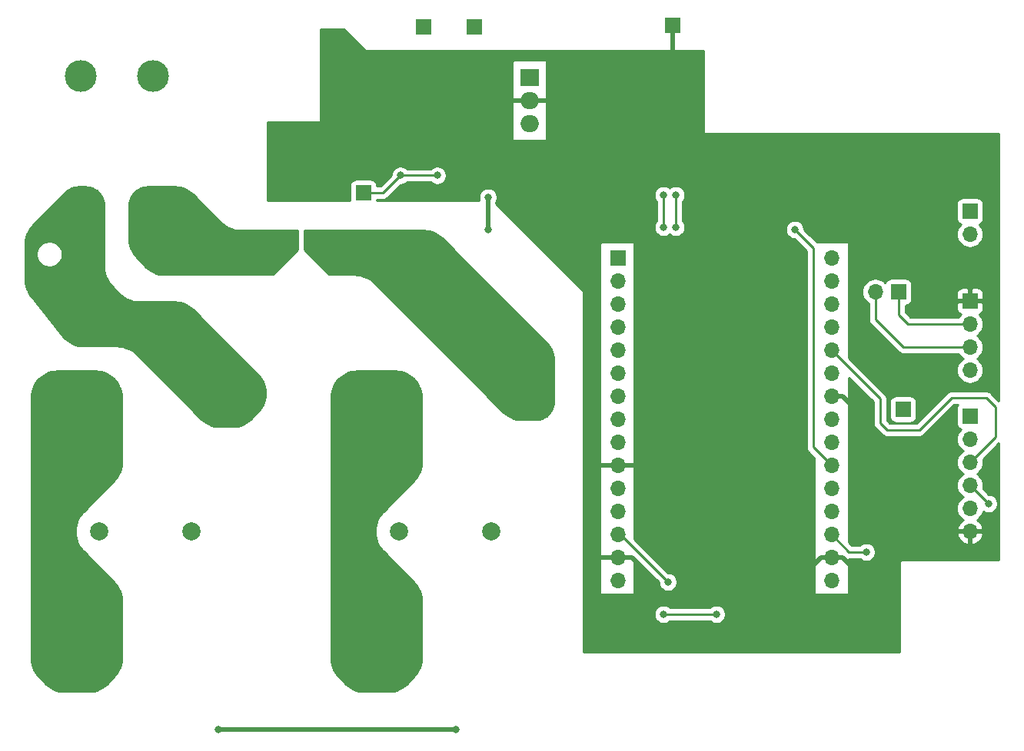
<source format=gbr>
G04 #@! TF.GenerationSoftware,KiCad,Pcbnew,(5.1.4)-1*
G04 #@! TF.CreationDate,2019-10-17T16:47:07-04:00*
G04 #@! TF.ProjectId,SegMan,5365674d-616e-42e6-9b69-6361645f7063,1.0*
G04 #@! TF.SameCoordinates,Original*
G04 #@! TF.FileFunction,Copper,L2,Bot*
G04 #@! TF.FilePolarity,Positive*
%FSLAX46Y46*%
G04 Gerber Fmt 4.6, Leading zero omitted, Abs format (unit mm)*
G04 Created by KiCad (PCBNEW (5.1.4)-1) date 2019-10-17 16:47:07*
%MOMM*%
%LPD*%
G04 APERTURE LIST*
%ADD10C,3.500000*%
%ADD11O,1.700000X1.700000*%
%ADD12R,1.700000X1.700000*%
%ADD13R,2.000000X1.905000*%
%ADD14O,2.000000X1.905000*%
%ADD15C,0.100000*%
%ADD16C,2.000000*%
%ADD17C,4.000000*%
%ADD18C,0.800000*%
%ADD19C,0.500000*%
%ADD20C,0.250000*%
%ADD21C,0.254000*%
G04 APERTURE END LIST*
D10*
X95100000Y-87757000D03*
X103020000Y-87757000D03*
X95100000Y-72517000D03*
X103020000Y-72517000D03*
D11*
X154305000Y-97663000D03*
X154305000Y-115443000D03*
X154305000Y-125603000D03*
X154305000Y-123063000D03*
X154305000Y-95123000D03*
X154305000Y-102743000D03*
D12*
X154305000Y-92583000D03*
D11*
X154305000Y-128143000D03*
X154305000Y-120523000D03*
X154305000Y-117983000D03*
X154305000Y-107823000D03*
X154305000Y-110363000D03*
X154305000Y-105283000D03*
X154305000Y-112903000D03*
X154305000Y-100203000D03*
X177800000Y-123063000D03*
X177800000Y-100203000D03*
X177800000Y-95123000D03*
X177800000Y-117983000D03*
X177800000Y-97663000D03*
X177800000Y-115443000D03*
X177800000Y-92583000D03*
X177800000Y-125603000D03*
X177800000Y-110363000D03*
X177800000Y-120523000D03*
X177800000Y-102743000D03*
X177800000Y-112903000D03*
X177800000Y-128143000D03*
X177800000Y-105283000D03*
X177800000Y-107823000D03*
X193040000Y-89916000D03*
D12*
X193040000Y-87376000D03*
X132842000Y-67056000D03*
X138430000Y-67056000D03*
X126238000Y-85344000D03*
X185674000Y-109220000D03*
X160274000Y-66929000D03*
D11*
X182626000Y-96266000D03*
D12*
X185166000Y-96266000D03*
D13*
X144526000Y-72644000D03*
D14*
X144526000Y-75184000D03*
X144526000Y-77724000D03*
D15*
G36*
X128845765Y-136176213D02*
G01*
X128930704Y-136188813D01*
X129013999Y-136209677D01*
X129094848Y-136238605D01*
X129172472Y-136275319D01*
X129246124Y-136319464D01*
X129315094Y-136370616D01*
X129378718Y-136428282D01*
X129436384Y-136491906D01*
X129487536Y-136560876D01*
X129531681Y-136634528D01*
X129568395Y-136712152D01*
X129597323Y-136793001D01*
X129618187Y-136876296D01*
X129630787Y-136961235D01*
X129635000Y-137047000D01*
X129635000Y-138797000D01*
X129630787Y-138882765D01*
X129618187Y-138967704D01*
X129597323Y-139050999D01*
X129568395Y-139131848D01*
X129531681Y-139209472D01*
X129487536Y-139283124D01*
X129436384Y-139352094D01*
X129378718Y-139415718D01*
X129315094Y-139473384D01*
X129246124Y-139524536D01*
X129172472Y-139568681D01*
X129094848Y-139605395D01*
X129013999Y-139634323D01*
X128930704Y-139655187D01*
X128845765Y-139667787D01*
X128760000Y-139672000D01*
X126510000Y-139672000D01*
X126424235Y-139667787D01*
X126339296Y-139655187D01*
X126256001Y-139634323D01*
X126175152Y-139605395D01*
X126097528Y-139568681D01*
X126023876Y-139524536D01*
X125954906Y-139473384D01*
X125891282Y-139415718D01*
X125833616Y-139352094D01*
X125782464Y-139283124D01*
X125738319Y-139209472D01*
X125701605Y-139131848D01*
X125672677Y-139050999D01*
X125651813Y-138967704D01*
X125639213Y-138882765D01*
X125635000Y-138797000D01*
X125635000Y-137047000D01*
X125639213Y-136961235D01*
X125651813Y-136876296D01*
X125672677Y-136793001D01*
X125701605Y-136712152D01*
X125738319Y-136634528D01*
X125782464Y-136560876D01*
X125833616Y-136491906D01*
X125891282Y-136428282D01*
X125954906Y-136370616D01*
X126023876Y-136319464D01*
X126097528Y-136275319D01*
X126175152Y-136238605D01*
X126256001Y-136209677D01*
X126339296Y-136188813D01*
X126424235Y-136176213D01*
X126510000Y-136172000D01*
X128760000Y-136172000D01*
X128845765Y-136176213D01*
X128845765Y-136176213D01*
G37*
D10*
X127635000Y-137922000D03*
D15*
G36*
X95825765Y-136176213D02*
G01*
X95910704Y-136188813D01*
X95993999Y-136209677D01*
X96074848Y-136238605D01*
X96152472Y-136275319D01*
X96226124Y-136319464D01*
X96295094Y-136370616D01*
X96358718Y-136428282D01*
X96416384Y-136491906D01*
X96467536Y-136560876D01*
X96511681Y-136634528D01*
X96548395Y-136712152D01*
X96577323Y-136793001D01*
X96598187Y-136876296D01*
X96610787Y-136961235D01*
X96615000Y-137047000D01*
X96615000Y-138797000D01*
X96610787Y-138882765D01*
X96598187Y-138967704D01*
X96577323Y-139050999D01*
X96548395Y-139131848D01*
X96511681Y-139209472D01*
X96467536Y-139283124D01*
X96416384Y-139352094D01*
X96358718Y-139415718D01*
X96295094Y-139473384D01*
X96226124Y-139524536D01*
X96152472Y-139568681D01*
X96074848Y-139605395D01*
X95993999Y-139634323D01*
X95910704Y-139655187D01*
X95825765Y-139667787D01*
X95740000Y-139672000D01*
X93490000Y-139672000D01*
X93404235Y-139667787D01*
X93319296Y-139655187D01*
X93236001Y-139634323D01*
X93155152Y-139605395D01*
X93077528Y-139568681D01*
X93003876Y-139524536D01*
X92934906Y-139473384D01*
X92871282Y-139415718D01*
X92813616Y-139352094D01*
X92762464Y-139283124D01*
X92718319Y-139209472D01*
X92681605Y-139131848D01*
X92652677Y-139050999D01*
X92631813Y-138967704D01*
X92619213Y-138882765D01*
X92615000Y-138797000D01*
X92615000Y-137047000D01*
X92619213Y-136961235D01*
X92631813Y-136876296D01*
X92652677Y-136793001D01*
X92681605Y-136712152D01*
X92718319Y-136634528D01*
X92762464Y-136560876D01*
X92813616Y-136491906D01*
X92871282Y-136428282D01*
X92934906Y-136370616D01*
X93003876Y-136319464D01*
X93077528Y-136275319D01*
X93155152Y-136238605D01*
X93236001Y-136209677D01*
X93319296Y-136188813D01*
X93404235Y-136176213D01*
X93490000Y-136172000D01*
X95740000Y-136172000D01*
X95825765Y-136176213D01*
X95825765Y-136176213D01*
G37*
D10*
X94615000Y-137922000D03*
D16*
X140335000Y-122682000D03*
X130175000Y-122682000D03*
D17*
X126365000Y-109982000D03*
X144145000Y-107442000D03*
X111125000Y-107442000D03*
X93345000Y-109982000D03*
D16*
X97155000Y-122682000D03*
X107315000Y-122682000D03*
D12*
X193040000Y-97282000D03*
D11*
X193040000Y-99822000D03*
X193040000Y-102362000D03*
X193040000Y-104902000D03*
D12*
X193040000Y-109982000D03*
D11*
X193040000Y-112522000D03*
X193040000Y-115062000D03*
X193040000Y-117602000D03*
X193040000Y-120142000D03*
X193040000Y-122682000D03*
D18*
X155956000Y-133350000D03*
X188468000Y-112268000D03*
X189230000Y-97790000D03*
X191008000Y-89916000D03*
X150876000Y-92710000D03*
X153924000Y-82804000D03*
X153924000Y-79756000D03*
X166243000Y-81661000D03*
X140970000Y-73914000D03*
X140970000Y-76454000D03*
X134874000Y-74422000D03*
X122936000Y-84582000D03*
X120650000Y-78740000D03*
X118110000Y-78740000D03*
X151384000Y-130556000D03*
X151384000Y-129540000D03*
X187706000Y-83312000D03*
X153416000Y-131572000D03*
X123063000Y-69850000D03*
X123063000Y-68961000D03*
X123063000Y-68072000D03*
X123952000Y-69850000D03*
X123952000Y-68072000D03*
X123952000Y-68961000D03*
X124841000Y-69850000D03*
X124841000Y-68961000D03*
X125730000Y-69850000D03*
X123063000Y-70739000D03*
X123952000Y-70739000D03*
X124841000Y-70739000D03*
X134366000Y-83439000D03*
X130302000Y-83439000D03*
X139954000Y-85852000D03*
X139954000Y-89408000D03*
X110236000Y-144526000D03*
X136398000Y-144526000D03*
X115570000Y-90424000D03*
X115570000Y-91440000D03*
X115570000Y-92456000D03*
X115570000Y-93472000D03*
X114554000Y-93472000D03*
X114554000Y-92456000D03*
X114554000Y-91440000D03*
X114554000Y-90424000D03*
X113538000Y-90424000D03*
X113538000Y-91440000D03*
X113538000Y-92456000D03*
X113538000Y-93472000D03*
X112522000Y-90424000D03*
X112522000Y-91440000D03*
X112522000Y-92456000D03*
X112522000Y-93472000D03*
X123190000Y-90424000D03*
X123190000Y-91440000D03*
X123190000Y-92456000D03*
X123190000Y-93472000D03*
X124206000Y-93472000D03*
X124206000Y-92456000D03*
X124206000Y-91440000D03*
X124206000Y-90424000D03*
X125222000Y-90424000D03*
X125222000Y-91440000D03*
X125222000Y-92456000D03*
X125222000Y-93472000D03*
X126238000Y-93472000D03*
X126238000Y-92456000D03*
X126238000Y-91440000D03*
X126238000Y-90424000D03*
X159258000Y-131826000D03*
X165100000Y-131826000D03*
X173736000Y-89408000D03*
X159766000Y-128270000D03*
X195072000Y-119634000D03*
X181610000Y-124968000D03*
X160655000Y-89154000D03*
X160655000Y-85598000D03*
X159258000Y-89154000D03*
X159258000Y-85598000D03*
D19*
X154305000Y-115443000D02*
X156591000Y-115443000D01*
X154305000Y-115443000D02*
X152019000Y-115443000D01*
X154305000Y-125603000D02*
X152273000Y-125603000D01*
X154305000Y-125603000D02*
X155829000Y-125603000D01*
X155829000Y-125603000D02*
X156210000Y-125984000D01*
X176597919Y-125603000D02*
X175514000Y-126686919D01*
X177800000Y-125603000D02*
X176597919Y-125603000D01*
X179002081Y-125603000D02*
X179832000Y-126432919D01*
X177800000Y-125603000D02*
X179002081Y-125603000D01*
X179002081Y-107823000D02*
X180086000Y-108906919D01*
X177800000Y-107823000D02*
X179002081Y-107823000D01*
X144526000Y-75184000D02*
X146812000Y-75184000D01*
X146812000Y-75184000D02*
X147066000Y-75438000D01*
X144526000Y-75184000D02*
X142494000Y-75184000D01*
X142494000Y-75184000D02*
X142240000Y-75438000D01*
X160274000Y-66929000D02*
X160274000Y-68279000D01*
X160274000Y-68279000D02*
X160274000Y-70612000D01*
D20*
X134366000Y-83439000D02*
X130302000Y-83439000D01*
D19*
X139954000Y-86417685D02*
X139954000Y-85852000D01*
X139954000Y-89408000D02*
X139954000Y-86417685D01*
D20*
X128397000Y-85344000D02*
X130302000Y-83439000D01*
X126238000Y-85344000D02*
X128397000Y-85344000D01*
D19*
X110236000Y-144526000D02*
X136398000Y-144526000D01*
D20*
X159258000Y-131826000D02*
X165100000Y-131826000D01*
X182626000Y-99314000D02*
X182626000Y-96266000D01*
X193040000Y-102362000D02*
X185674000Y-102362000D01*
X185674000Y-102362000D02*
X182626000Y-99314000D01*
X185166000Y-98806000D02*
X185166000Y-96266000D01*
X193040000Y-99822000D02*
X186182000Y-99822000D01*
X186182000Y-99822000D02*
X185166000Y-98806000D01*
X177800000Y-115443000D02*
X175768000Y-113411000D01*
X175768000Y-113411000D02*
X175768000Y-91440000D01*
X175768000Y-91440000D02*
X173736000Y-89408000D01*
X154559000Y-123063000D02*
X154305000Y-123063000D01*
X159766000Y-128270000D02*
X154559000Y-123063000D01*
X193040000Y-117602000D02*
X195072000Y-119634000D01*
X179705000Y-124968000D02*
X177800000Y-123063000D01*
X181610000Y-124968000D02*
X179705000Y-124968000D01*
X195834000Y-108966000D02*
X195834000Y-112268000D01*
X194818000Y-107950000D02*
X195834000Y-108966000D01*
X195834000Y-112268000D02*
X193040000Y-115062000D01*
X187452000Y-111506000D02*
X191008000Y-107950000D01*
X191008000Y-107950000D02*
X194818000Y-107950000D01*
X187452000Y-111506000D02*
X183896000Y-111506000D01*
X183896000Y-111506000D02*
X183134000Y-110744000D01*
X183134000Y-108077000D02*
X177800000Y-102743000D01*
X183134000Y-110744000D02*
X183134000Y-108077000D01*
X160655000Y-89154000D02*
X160655000Y-85598000D01*
X159258000Y-89154000D02*
X159258000Y-85598000D01*
D21*
G36*
X97016646Y-105047263D02*
G01*
X97334266Y-105101228D01*
X97643818Y-105190409D01*
X97941468Y-105313700D01*
X98223421Y-105469529D01*
X98486156Y-105655951D01*
X98726376Y-105870624D01*
X98941049Y-106110844D01*
X99127471Y-106373579D01*
X99283300Y-106655532D01*
X99406591Y-106953182D01*
X99495772Y-107262734D01*
X99549737Y-107580354D01*
X99568000Y-107905560D01*
X99568000Y-115085799D01*
X99549737Y-115411006D01*
X99495772Y-115728625D01*
X99406591Y-116038177D01*
X99283300Y-116335828D01*
X99127471Y-116617781D01*
X98941049Y-116880516D01*
X98724001Y-117123393D01*
X95403877Y-120443517D01*
X95398983Y-120448694D01*
X95174809Y-120699545D01*
X95165930Y-120710680D01*
X94971251Y-120985053D01*
X94963674Y-120997112D01*
X94800940Y-121291557D01*
X94794760Y-121304388D01*
X94666017Y-121615203D01*
X94661314Y-121628646D01*
X94568180Y-121951920D01*
X94565010Y-121965805D01*
X94508657Y-122297474D01*
X94507063Y-122311626D01*
X94488200Y-122647520D01*
X94488000Y-122654641D01*
X94488000Y-122709359D01*
X94488200Y-122716480D01*
X94507063Y-123052374D01*
X94508657Y-123066526D01*
X94565010Y-123398195D01*
X94568180Y-123412080D01*
X94661314Y-123735354D01*
X94666017Y-123748797D01*
X94794760Y-124059612D01*
X94800940Y-124072443D01*
X94963674Y-124366888D01*
X94971251Y-124378947D01*
X95165930Y-124653320D01*
X95174809Y-124664455D01*
X95398983Y-124915306D01*
X95403877Y-124920483D01*
X98724001Y-128240607D01*
X98941049Y-128483484D01*
X99127471Y-128746219D01*
X99283300Y-129028172D01*
X99406591Y-129325823D01*
X99495772Y-129635375D01*
X99549737Y-129952994D01*
X99568000Y-130278201D01*
X99568000Y-136675799D01*
X99549737Y-137001006D01*
X99495772Y-137318625D01*
X99406591Y-137628177D01*
X99283300Y-137925828D01*
X99127471Y-138207781D01*
X98941049Y-138470516D01*
X98724001Y-138713393D01*
X97946393Y-139491001D01*
X97703516Y-139708049D01*
X97440781Y-139894471D01*
X97158828Y-140050300D01*
X96861177Y-140173591D01*
X96551625Y-140262772D01*
X96234006Y-140316737D01*
X95908799Y-140335000D01*
X93321201Y-140335000D01*
X92995994Y-140316737D01*
X92678375Y-140262772D01*
X92368823Y-140173591D01*
X92071172Y-140050300D01*
X91789219Y-139894471D01*
X91526484Y-139708049D01*
X91283607Y-139491001D01*
X90505999Y-138713393D01*
X90288951Y-138470516D01*
X90102529Y-138207781D01*
X89946700Y-137925828D01*
X89823409Y-137628177D01*
X89734228Y-137318625D01*
X89680263Y-137001006D01*
X89662000Y-136675799D01*
X89662000Y-107905560D01*
X89680263Y-107580354D01*
X89734228Y-107262734D01*
X89823409Y-106953182D01*
X89946700Y-106655532D01*
X90102529Y-106373579D01*
X90288951Y-106110844D01*
X90503624Y-105870624D01*
X90743844Y-105655951D01*
X91006579Y-105469529D01*
X91288532Y-105313700D01*
X91586182Y-105190409D01*
X91895734Y-105101228D01*
X92213354Y-105047263D01*
X92538560Y-105029000D01*
X96691440Y-105029000D01*
X97016646Y-105047263D01*
X97016646Y-105047263D01*
G37*
X97016646Y-105047263D02*
X97334266Y-105101228D01*
X97643818Y-105190409D01*
X97941468Y-105313700D01*
X98223421Y-105469529D01*
X98486156Y-105655951D01*
X98726376Y-105870624D01*
X98941049Y-106110844D01*
X99127471Y-106373579D01*
X99283300Y-106655532D01*
X99406591Y-106953182D01*
X99495772Y-107262734D01*
X99549737Y-107580354D01*
X99568000Y-107905560D01*
X99568000Y-115085799D01*
X99549737Y-115411006D01*
X99495772Y-115728625D01*
X99406591Y-116038177D01*
X99283300Y-116335828D01*
X99127471Y-116617781D01*
X98941049Y-116880516D01*
X98724001Y-117123393D01*
X95403877Y-120443517D01*
X95398983Y-120448694D01*
X95174809Y-120699545D01*
X95165930Y-120710680D01*
X94971251Y-120985053D01*
X94963674Y-120997112D01*
X94800940Y-121291557D01*
X94794760Y-121304388D01*
X94666017Y-121615203D01*
X94661314Y-121628646D01*
X94568180Y-121951920D01*
X94565010Y-121965805D01*
X94508657Y-122297474D01*
X94507063Y-122311626D01*
X94488200Y-122647520D01*
X94488000Y-122654641D01*
X94488000Y-122709359D01*
X94488200Y-122716480D01*
X94507063Y-123052374D01*
X94508657Y-123066526D01*
X94565010Y-123398195D01*
X94568180Y-123412080D01*
X94661314Y-123735354D01*
X94666017Y-123748797D01*
X94794760Y-124059612D01*
X94800940Y-124072443D01*
X94963674Y-124366888D01*
X94971251Y-124378947D01*
X95165930Y-124653320D01*
X95174809Y-124664455D01*
X95398983Y-124915306D01*
X95403877Y-124920483D01*
X98724001Y-128240607D01*
X98941049Y-128483484D01*
X99127471Y-128746219D01*
X99283300Y-129028172D01*
X99406591Y-129325823D01*
X99495772Y-129635375D01*
X99549737Y-129952994D01*
X99568000Y-130278201D01*
X99568000Y-136675799D01*
X99549737Y-137001006D01*
X99495772Y-137318625D01*
X99406591Y-137628177D01*
X99283300Y-137925828D01*
X99127471Y-138207781D01*
X98941049Y-138470516D01*
X98724001Y-138713393D01*
X97946393Y-139491001D01*
X97703516Y-139708049D01*
X97440781Y-139894471D01*
X97158828Y-140050300D01*
X96861177Y-140173591D01*
X96551625Y-140262772D01*
X96234006Y-140316737D01*
X95908799Y-140335000D01*
X93321201Y-140335000D01*
X92995994Y-140316737D01*
X92678375Y-140262772D01*
X92368823Y-140173591D01*
X92071172Y-140050300D01*
X91789219Y-139894471D01*
X91526484Y-139708049D01*
X91283607Y-139491001D01*
X90505999Y-138713393D01*
X90288951Y-138470516D01*
X90102529Y-138207781D01*
X89946700Y-137925828D01*
X89823409Y-137628177D01*
X89734228Y-137318625D01*
X89680263Y-137001006D01*
X89662000Y-136675799D01*
X89662000Y-107905560D01*
X89680263Y-107580354D01*
X89734228Y-107262734D01*
X89823409Y-106953182D01*
X89946700Y-106655532D01*
X90102529Y-106373579D01*
X90288951Y-106110844D01*
X90503624Y-105870624D01*
X90743844Y-105655951D01*
X91006579Y-105469529D01*
X91288532Y-105313700D01*
X91586182Y-105190409D01*
X91895734Y-105101228D01*
X92213354Y-105047263D01*
X92538560Y-105029000D01*
X96691440Y-105029000D01*
X97016646Y-105047263D01*
G36*
X130036646Y-105047263D02*
G01*
X130354266Y-105101228D01*
X130663818Y-105190409D01*
X130961468Y-105313700D01*
X131243421Y-105469529D01*
X131506156Y-105655951D01*
X131746376Y-105870624D01*
X131961049Y-106110844D01*
X132147471Y-106373579D01*
X132303300Y-106655532D01*
X132426591Y-106953182D01*
X132515772Y-107262734D01*
X132569737Y-107580354D01*
X132588000Y-107905560D01*
X132588000Y-115085799D01*
X132569737Y-115411006D01*
X132515772Y-115728625D01*
X132426591Y-116038177D01*
X132303300Y-116335828D01*
X132147471Y-116617781D01*
X131961049Y-116880516D01*
X131744001Y-117123393D01*
X128423877Y-120443517D01*
X128418983Y-120448694D01*
X128194809Y-120699545D01*
X128185930Y-120710680D01*
X127991251Y-120985053D01*
X127983674Y-120997112D01*
X127820940Y-121291557D01*
X127814760Y-121304388D01*
X127686017Y-121615203D01*
X127681314Y-121628646D01*
X127588180Y-121951920D01*
X127585010Y-121965805D01*
X127528657Y-122297474D01*
X127527063Y-122311626D01*
X127508200Y-122647520D01*
X127508000Y-122654641D01*
X127508000Y-122709359D01*
X127508200Y-122716480D01*
X127527063Y-123052374D01*
X127528657Y-123066526D01*
X127585010Y-123398195D01*
X127588180Y-123412080D01*
X127681314Y-123735354D01*
X127686017Y-123748797D01*
X127814760Y-124059612D01*
X127820940Y-124072443D01*
X127983674Y-124366888D01*
X127991251Y-124378947D01*
X128185930Y-124653320D01*
X128194809Y-124664455D01*
X128418983Y-124915306D01*
X128423877Y-124920483D01*
X131744001Y-128240607D01*
X131961049Y-128483484D01*
X132147471Y-128746219D01*
X132303300Y-129028172D01*
X132426591Y-129325823D01*
X132515772Y-129635375D01*
X132569737Y-129952994D01*
X132588000Y-130278201D01*
X132588000Y-136675799D01*
X132569737Y-137001006D01*
X132515772Y-137318625D01*
X132426591Y-137628177D01*
X132303300Y-137925828D01*
X132147471Y-138207781D01*
X131961049Y-138470516D01*
X131744001Y-138713393D01*
X130966393Y-139491001D01*
X130723516Y-139708049D01*
X130460781Y-139894471D01*
X130178828Y-140050300D01*
X129881177Y-140173591D01*
X129571625Y-140262772D01*
X129254006Y-140316737D01*
X128928799Y-140335000D01*
X126341201Y-140335000D01*
X126015994Y-140316737D01*
X125698375Y-140262772D01*
X125388823Y-140173591D01*
X125091172Y-140050300D01*
X124809219Y-139894471D01*
X124546484Y-139708049D01*
X124303607Y-139491001D01*
X123525999Y-138713393D01*
X123308951Y-138470516D01*
X123122529Y-138207781D01*
X122966700Y-137925828D01*
X122843409Y-137628177D01*
X122754228Y-137318625D01*
X122700263Y-137001006D01*
X122682000Y-136675799D01*
X122682000Y-107905560D01*
X122700263Y-107580354D01*
X122754228Y-107262734D01*
X122843409Y-106953182D01*
X122966700Y-106655532D01*
X123122529Y-106373579D01*
X123308951Y-106110844D01*
X123523624Y-105870624D01*
X123763844Y-105655951D01*
X124026579Y-105469529D01*
X124308532Y-105313700D01*
X124606182Y-105190409D01*
X124915734Y-105101228D01*
X125233354Y-105047263D01*
X125558560Y-105029000D01*
X129711440Y-105029000D01*
X130036646Y-105047263D01*
X130036646Y-105047263D01*
G37*
X130036646Y-105047263D02*
X130354266Y-105101228D01*
X130663818Y-105190409D01*
X130961468Y-105313700D01*
X131243421Y-105469529D01*
X131506156Y-105655951D01*
X131746376Y-105870624D01*
X131961049Y-106110844D01*
X132147471Y-106373579D01*
X132303300Y-106655532D01*
X132426591Y-106953182D01*
X132515772Y-107262734D01*
X132569737Y-107580354D01*
X132588000Y-107905560D01*
X132588000Y-115085799D01*
X132569737Y-115411006D01*
X132515772Y-115728625D01*
X132426591Y-116038177D01*
X132303300Y-116335828D01*
X132147471Y-116617781D01*
X131961049Y-116880516D01*
X131744001Y-117123393D01*
X128423877Y-120443517D01*
X128418983Y-120448694D01*
X128194809Y-120699545D01*
X128185930Y-120710680D01*
X127991251Y-120985053D01*
X127983674Y-120997112D01*
X127820940Y-121291557D01*
X127814760Y-121304388D01*
X127686017Y-121615203D01*
X127681314Y-121628646D01*
X127588180Y-121951920D01*
X127585010Y-121965805D01*
X127528657Y-122297474D01*
X127527063Y-122311626D01*
X127508200Y-122647520D01*
X127508000Y-122654641D01*
X127508000Y-122709359D01*
X127508200Y-122716480D01*
X127527063Y-123052374D01*
X127528657Y-123066526D01*
X127585010Y-123398195D01*
X127588180Y-123412080D01*
X127681314Y-123735354D01*
X127686017Y-123748797D01*
X127814760Y-124059612D01*
X127820940Y-124072443D01*
X127983674Y-124366888D01*
X127991251Y-124378947D01*
X128185930Y-124653320D01*
X128194809Y-124664455D01*
X128418983Y-124915306D01*
X128423877Y-124920483D01*
X131744001Y-128240607D01*
X131961049Y-128483484D01*
X132147471Y-128746219D01*
X132303300Y-129028172D01*
X132426591Y-129325823D01*
X132515772Y-129635375D01*
X132569737Y-129952994D01*
X132588000Y-130278201D01*
X132588000Y-136675799D01*
X132569737Y-137001006D01*
X132515772Y-137318625D01*
X132426591Y-137628177D01*
X132303300Y-137925828D01*
X132147471Y-138207781D01*
X131961049Y-138470516D01*
X131744001Y-138713393D01*
X130966393Y-139491001D01*
X130723516Y-139708049D01*
X130460781Y-139894471D01*
X130178828Y-140050300D01*
X129881177Y-140173591D01*
X129571625Y-140262772D01*
X129254006Y-140316737D01*
X128928799Y-140335000D01*
X126341201Y-140335000D01*
X126015994Y-140316737D01*
X125698375Y-140262772D01*
X125388823Y-140173591D01*
X125091172Y-140050300D01*
X124809219Y-139894471D01*
X124546484Y-139708049D01*
X124303607Y-139491001D01*
X123525999Y-138713393D01*
X123308951Y-138470516D01*
X123122529Y-138207781D01*
X122966700Y-137925828D01*
X122843409Y-137628177D01*
X122754228Y-137318625D01*
X122700263Y-137001006D01*
X122682000Y-136675799D01*
X122682000Y-107905560D01*
X122700263Y-107580354D01*
X122754228Y-107262734D01*
X122843409Y-106953182D01*
X122966700Y-106655532D01*
X123122529Y-106373579D01*
X123308951Y-106110844D01*
X123523624Y-105870624D01*
X123763844Y-105655951D01*
X124026579Y-105469529D01*
X124308532Y-105313700D01*
X124606182Y-105190409D01*
X124915734Y-105101228D01*
X125233354Y-105047263D01*
X125558560Y-105029000D01*
X129711440Y-105029000D01*
X130036646Y-105047263D01*
G36*
X105759006Y-84727263D02*
G01*
X106076625Y-84781228D01*
X106386177Y-84870409D01*
X106683828Y-84993700D01*
X106965781Y-85149529D01*
X107228516Y-85335951D01*
X107471393Y-85552999D01*
X110537517Y-88619123D01*
X110542694Y-88624017D01*
X110793545Y-88848191D01*
X110804680Y-88857070D01*
X111079053Y-89051749D01*
X111091112Y-89059326D01*
X111385557Y-89222060D01*
X111398388Y-89228240D01*
X111709203Y-89356983D01*
X111722646Y-89361686D01*
X112045920Y-89454820D01*
X112059805Y-89457990D01*
X112391474Y-89514343D01*
X112405626Y-89515937D01*
X112741520Y-89534800D01*
X112748641Y-89535000D01*
X113914844Y-89535000D01*
X114217346Y-89554827D01*
X114510591Y-89613157D01*
X114793707Y-89709263D01*
X115061865Y-89841503D01*
X115310461Y-90007609D01*
X115535254Y-90204746D01*
X115732391Y-90429539D01*
X115898497Y-90678135D01*
X116030737Y-90946293D01*
X116126843Y-91229409D01*
X116185173Y-91522654D01*
X116205000Y-91825156D01*
X116205000Y-91944168D01*
X116187177Y-92238821D01*
X116134657Y-92525412D01*
X116047974Y-92803586D01*
X115928401Y-93069267D01*
X115777668Y-93318610D01*
X115597988Y-93547955D01*
X115391955Y-93753988D01*
X115162610Y-93933668D01*
X114913267Y-94084401D01*
X114647586Y-94203974D01*
X114369412Y-94290657D01*
X114082821Y-94343177D01*
X113788168Y-94361000D01*
X104370201Y-94361000D01*
X104044994Y-94342737D01*
X103727375Y-94288772D01*
X103417823Y-94199591D01*
X103120172Y-94076300D01*
X102838219Y-93920471D01*
X102575484Y-93734049D01*
X102332607Y-93517001D01*
X101300999Y-92485393D01*
X101083951Y-92242516D01*
X100897529Y-91979781D01*
X100741700Y-91697828D01*
X100618409Y-91400177D01*
X100529228Y-91090625D01*
X100475263Y-90773006D01*
X100457000Y-90447799D01*
X100457000Y-86754182D01*
X100474731Y-86483657D01*
X100526811Y-86221836D01*
X100612615Y-85969066D01*
X100730682Y-85729648D01*
X100878986Y-85507695D01*
X101054995Y-85306995D01*
X101255695Y-85130986D01*
X101477648Y-84982682D01*
X101717066Y-84864615D01*
X101969836Y-84778811D01*
X102231657Y-84726731D01*
X102502182Y-84709000D01*
X105433799Y-84709000D01*
X105759006Y-84727263D01*
X105759006Y-84727263D01*
G37*
X105759006Y-84727263D02*
X106076625Y-84781228D01*
X106386177Y-84870409D01*
X106683828Y-84993700D01*
X106965781Y-85149529D01*
X107228516Y-85335951D01*
X107471393Y-85552999D01*
X110537517Y-88619123D01*
X110542694Y-88624017D01*
X110793545Y-88848191D01*
X110804680Y-88857070D01*
X111079053Y-89051749D01*
X111091112Y-89059326D01*
X111385557Y-89222060D01*
X111398388Y-89228240D01*
X111709203Y-89356983D01*
X111722646Y-89361686D01*
X112045920Y-89454820D01*
X112059805Y-89457990D01*
X112391474Y-89514343D01*
X112405626Y-89515937D01*
X112741520Y-89534800D01*
X112748641Y-89535000D01*
X113914844Y-89535000D01*
X114217346Y-89554827D01*
X114510591Y-89613157D01*
X114793707Y-89709263D01*
X115061865Y-89841503D01*
X115310461Y-90007609D01*
X115535254Y-90204746D01*
X115732391Y-90429539D01*
X115898497Y-90678135D01*
X116030737Y-90946293D01*
X116126843Y-91229409D01*
X116185173Y-91522654D01*
X116205000Y-91825156D01*
X116205000Y-91944168D01*
X116187177Y-92238821D01*
X116134657Y-92525412D01*
X116047974Y-92803586D01*
X115928401Y-93069267D01*
X115777668Y-93318610D01*
X115597988Y-93547955D01*
X115391955Y-93753988D01*
X115162610Y-93933668D01*
X114913267Y-94084401D01*
X114647586Y-94203974D01*
X114369412Y-94290657D01*
X114082821Y-94343177D01*
X113788168Y-94361000D01*
X104370201Y-94361000D01*
X104044994Y-94342737D01*
X103727375Y-94288772D01*
X103417823Y-94199591D01*
X103120172Y-94076300D01*
X102838219Y-93920471D01*
X102575484Y-93734049D01*
X102332607Y-93517001D01*
X101300999Y-92485393D01*
X101083951Y-92242516D01*
X100897529Y-91979781D01*
X100741700Y-91697828D01*
X100618409Y-91400177D01*
X100529228Y-91090625D01*
X100475263Y-90773006D01*
X100457000Y-90447799D01*
X100457000Y-86754182D01*
X100474731Y-86483657D01*
X100526811Y-86221836D01*
X100612615Y-85969066D01*
X100730682Y-85729648D01*
X100878986Y-85507695D01*
X101054995Y-85306995D01*
X101255695Y-85130986D01*
X101477648Y-84982682D01*
X101717066Y-84864615D01*
X101969836Y-84778811D01*
X102231657Y-84726731D01*
X102502182Y-84709000D01*
X105433799Y-84709000D01*
X105759006Y-84727263D01*
G36*
X118999000Y-91641394D02*
G01*
X116279394Y-94361000D01*
X113919000Y-94361000D01*
X113919000Y-89535000D01*
X118999000Y-89535000D01*
X118999000Y-91641394D01*
X118999000Y-91641394D01*
G37*
X118999000Y-91641394D02*
X116279394Y-94361000D01*
X113919000Y-94361000D01*
X113919000Y-89535000D01*
X118999000Y-89535000D01*
X118999000Y-91641394D01*
G36*
X133191006Y-89553263D02*
G01*
X133508625Y-89607228D01*
X133818177Y-89696409D01*
X134115828Y-89819700D01*
X134397781Y-89975529D01*
X134660516Y-90161951D01*
X134903393Y-90378999D01*
X146349001Y-101824607D01*
X146566049Y-102067484D01*
X146752471Y-102330219D01*
X146908300Y-102612172D01*
X147031591Y-102909823D01*
X147120772Y-103219375D01*
X147174737Y-103536994D01*
X147193000Y-103862201D01*
X147193000Y-108317818D01*
X147175269Y-108588343D01*
X147123189Y-108850164D01*
X147037385Y-109102934D01*
X146919318Y-109342352D01*
X146771014Y-109564305D01*
X146595005Y-109765005D01*
X146394305Y-109941014D01*
X146172352Y-110089318D01*
X145932934Y-110207385D01*
X145680164Y-110293189D01*
X145418343Y-110345269D01*
X145147818Y-110363000D01*
X143740201Y-110363000D01*
X143414994Y-110344737D01*
X143097375Y-110290772D01*
X142787823Y-110201591D01*
X142490172Y-110078300D01*
X142208219Y-109922471D01*
X141945484Y-109736049D01*
X141702607Y-109519001D01*
X127460483Y-95276877D01*
X127455306Y-95271983D01*
X127204455Y-95047809D01*
X127193320Y-95038930D01*
X126918947Y-94844251D01*
X126906888Y-94836674D01*
X126612443Y-94673940D01*
X126599612Y-94667760D01*
X126288797Y-94539017D01*
X126275354Y-94534314D01*
X125952080Y-94441180D01*
X125938195Y-94438010D01*
X125606526Y-94381657D01*
X125592374Y-94380063D01*
X125256480Y-94361200D01*
X125249359Y-94361000D01*
X124591530Y-94361000D01*
X124334016Y-94342582D01*
X124086171Y-94288667D01*
X123848524Y-94200029D01*
X123625916Y-94078476D01*
X123422873Y-93926480D01*
X123243520Y-93747127D01*
X123091524Y-93544084D01*
X122969971Y-93321476D01*
X122881333Y-93083829D01*
X122827418Y-92835984D01*
X122809000Y-92578470D01*
X122809000Y-91951832D01*
X122826823Y-91657179D01*
X122879343Y-91370588D01*
X122966026Y-91092414D01*
X123085599Y-90826733D01*
X123236332Y-90577390D01*
X123416012Y-90348045D01*
X123622045Y-90142012D01*
X123851390Y-89962332D01*
X124100733Y-89811599D01*
X124366414Y-89692026D01*
X124644588Y-89605343D01*
X124931179Y-89552823D01*
X125225832Y-89535000D01*
X132865799Y-89535000D01*
X133191006Y-89553263D01*
X133191006Y-89553263D01*
G37*
X133191006Y-89553263D02*
X133508625Y-89607228D01*
X133818177Y-89696409D01*
X134115828Y-89819700D01*
X134397781Y-89975529D01*
X134660516Y-90161951D01*
X134903393Y-90378999D01*
X146349001Y-101824607D01*
X146566049Y-102067484D01*
X146752471Y-102330219D01*
X146908300Y-102612172D01*
X147031591Y-102909823D01*
X147120772Y-103219375D01*
X147174737Y-103536994D01*
X147193000Y-103862201D01*
X147193000Y-108317818D01*
X147175269Y-108588343D01*
X147123189Y-108850164D01*
X147037385Y-109102934D01*
X146919318Y-109342352D01*
X146771014Y-109564305D01*
X146595005Y-109765005D01*
X146394305Y-109941014D01*
X146172352Y-110089318D01*
X145932934Y-110207385D01*
X145680164Y-110293189D01*
X145418343Y-110345269D01*
X145147818Y-110363000D01*
X143740201Y-110363000D01*
X143414994Y-110344737D01*
X143097375Y-110290772D01*
X142787823Y-110201591D01*
X142490172Y-110078300D01*
X142208219Y-109922471D01*
X141945484Y-109736049D01*
X141702607Y-109519001D01*
X127460483Y-95276877D01*
X127455306Y-95271983D01*
X127204455Y-95047809D01*
X127193320Y-95038930D01*
X126918947Y-94844251D01*
X126906888Y-94836674D01*
X126612443Y-94673940D01*
X126599612Y-94667760D01*
X126288797Y-94539017D01*
X126275354Y-94534314D01*
X125952080Y-94441180D01*
X125938195Y-94438010D01*
X125606526Y-94381657D01*
X125592374Y-94380063D01*
X125256480Y-94361200D01*
X125249359Y-94361000D01*
X124591530Y-94361000D01*
X124334016Y-94342582D01*
X124086171Y-94288667D01*
X123848524Y-94200029D01*
X123625916Y-94078476D01*
X123422873Y-93926480D01*
X123243520Y-93747127D01*
X123091524Y-93544084D01*
X122969971Y-93321476D01*
X122881333Y-93083829D01*
X122827418Y-92835984D01*
X122809000Y-92578470D01*
X122809000Y-91951832D01*
X122826823Y-91657179D01*
X122879343Y-91370588D01*
X122966026Y-91092414D01*
X123085599Y-90826733D01*
X123236332Y-90577390D01*
X123416012Y-90348045D01*
X123622045Y-90142012D01*
X123851390Y-89962332D01*
X124100733Y-89811599D01*
X124366414Y-89692026D01*
X124644588Y-89605343D01*
X124931179Y-89552823D01*
X125225832Y-89535000D01*
X132865799Y-89535000D01*
X133191006Y-89553263D01*
G36*
X125603000Y-94361000D02*
G01*
X122480606Y-94361000D01*
X119761000Y-91641394D01*
X119761000Y-89535000D01*
X125603000Y-89535000D01*
X125603000Y-94361000D01*
X125603000Y-94361000D01*
G37*
X125603000Y-94361000D02*
X122480606Y-94361000D01*
X119761000Y-91641394D01*
X119761000Y-89535000D01*
X125603000Y-89535000D01*
X125603000Y-94361000D01*
G36*
X95888343Y-84726731D02*
G01*
X96150164Y-84778811D01*
X96402934Y-84864615D01*
X96642352Y-84982682D01*
X96864305Y-85130986D01*
X97065005Y-85306995D01*
X97241014Y-85507695D01*
X97389318Y-85729648D01*
X97507385Y-85969066D01*
X97593189Y-86221836D01*
X97645269Y-86483657D01*
X97663000Y-86754182D01*
X97663000Y-93499359D01*
X97663200Y-93506480D01*
X97682063Y-93842374D01*
X97683657Y-93856526D01*
X97740010Y-94188195D01*
X97743180Y-94202080D01*
X97836314Y-94525354D01*
X97841017Y-94538797D01*
X97969760Y-94849612D01*
X97975940Y-94862443D01*
X98138674Y-95156888D01*
X98146251Y-95168947D01*
X98340930Y-95443320D01*
X98349809Y-95454455D01*
X98573983Y-95705306D01*
X98578877Y-95710483D01*
X99361517Y-96493123D01*
X99366694Y-96498017D01*
X99617545Y-96722191D01*
X99628680Y-96731070D01*
X99903053Y-96925749D01*
X99915112Y-96933326D01*
X100209557Y-97096060D01*
X100222388Y-97102240D01*
X100533203Y-97230983D01*
X100546646Y-97235686D01*
X100869920Y-97328820D01*
X100883805Y-97331990D01*
X101215474Y-97388343D01*
X101229626Y-97389937D01*
X101565520Y-97408800D01*
X101572641Y-97409000D01*
X105433799Y-97409000D01*
X105759006Y-97427263D01*
X106076625Y-97481228D01*
X106386177Y-97570409D01*
X106683828Y-97693700D01*
X106965781Y-97849529D01*
X107228516Y-98035951D01*
X107471393Y-98252999D01*
X114599001Y-105380607D01*
X114816049Y-105623484D01*
X115002471Y-105886219D01*
X115158300Y-106168172D01*
X115281591Y-106465823D01*
X115370772Y-106775375D01*
X115424737Y-107092994D01*
X115443000Y-107418201D01*
X115443000Y-107465799D01*
X115424737Y-107791006D01*
X115370772Y-108108625D01*
X115281591Y-108418177D01*
X115158300Y-108715828D01*
X115002471Y-108997781D01*
X114816049Y-109260516D01*
X114599001Y-109503393D01*
X113821393Y-110281001D01*
X113578516Y-110498049D01*
X113315781Y-110684471D01*
X113033828Y-110840300D01*
X112736177Y-110963591D01*
X112426625Y-111052772D01*
X112109006Y-111106737D01*
X111783799Y-111125000D01*
X110466201Y-111125000D01*
X110140994Y-111106737D01*
X109823375Y-111052772D01*
X109513823Y-110963591D01*
X109216172Y-110840300D01*
X108934219Y-110684471D01*
X108671484Y-110498049D01*
X108428607Y-110281001D01*
X101298483Y-103150877D01*
X101293306Y-103145983D01*
X101042455Y-102921809D01*
X101031320Y-102912930D01*
X100756947Y-102718251D01*
X100744888Y-102710674D01*
X100450443Y-102547940D01*
X100437612Y-102541760D01*
X100126797Y-102413017D01*
X100113354Y-102408314D01*
X99790080Y-102315180D01*
X99776195Y-102312010D01*
X99444526Y-102255657D01*
X99430374Y-102254063D01*
X99094480Y-102235200D01*
X99087359Y-102235000D01*
X95425434Y-102235000D01*
X95100774Y-102216799D01*
X94783690Y-102163019D01*
X94474618Y-102074138D01*
X94177415Y-101951267D01*
X93895793Y-101795939D01*
X93633316Y-101610119D01*
X93393240Y-101396116D01*
X93176211Y-101153965D01*
X89658800Y-96757201D01*
X89469497Y-96491202D01*
X89312981Y-96208779D01*
X89189146Y-95910574D01*
X89099557Y-95600352D01*
X89045347Y-95282043D01*
X89027000Y-94956091D01*
X89027000Y-91965665D01*
X90215000Y-91965665D01*
X90215000Y-92248335D01*
X90270147Y-92525574D01*
X90378320Y-92786727D01*
X90535363Y-93021759D01*
X90735241Y-93221637D01*
X90970273Y-93378680D01*
X91231426Y-93486853D01*
X91508665Y-93542000D01*
X91791335Y-93542000D01*
X92068574Y-93486853D01*
X92329727Y-93378680D01*
X92564759Y-93221637D01*
X92764637Y-93021759D01*
X92921680Y-92786727D01*
X93029853Y-92525574D01*
X93085000Y-92248335D01*
X93085000Y-91965665D01*
X93029853Y-91688426D01*
X92921680Y-91427273D01*
X92764637Y-91192241D01*
X92564759Y-90992363D01*
X92329727Y-90835320D01*
X92068574Y-90727147D01*
X91791335Y-90672000D01*
X91508665Y-90672000D01*
X91231426Y-90727147D01*
X90970273Y-90835320D01*
X90735241Y-90992363D01*
X90535363Y-91192241D01*
X90378320Y-91427273D01*
X90270147Y-91688426D01*
X90215000Y-91965665D01*
X89027000Y-91965665D01*
X89027000Y-90908201D01*
X89045263Y-90582994D01*
X89099228Y-90265375D01*
X89188409Y-89955823D01*
X89311700Y-89658172D01*
X89467529Y-89376219D01*
X89653951Y-89113484D01*
X89870999Y-88870607D01*
X93431867Y-85309739D01*
X93635695Y-85130986D01*
X93857648Y-84982682D01*
X94097066Y-84864615D01*
X94349836Y-84778811D01*
X94611657Y-84726731D01*
X94882182Y-84709000D01*
X95617818Y-84709000D01*
X95888343Y-84726731D01*
X95888343Y-84726731D01*
G37*
X95888343Y-84726731D02*
X96150164Y-84778811D01*
X96402934Y-84864615D01*
X96642352Y-84982682D01*
X96864305Y-85130986D01*
X97065005Y-85306995D01*
X97241014Y-85507695D01*
X97389318Y-85729648D01*
X97507385Y-85969066D01*
X97593189Y-86221836D01*
X97645269Y-86483657D01*
X97663000Y-86754182D01*
X97663000Y-93499359D01*
X97663200Y-93506480D01*
X97682063Y-93842374D01*
X97683657Y-93856526D01*
X97740010Y-94188195D01*
X97743180Y-94202080D01*
X97836314Y-94525354D01*
X97841017Y-94538797D01*
X97969760Y-94849612D01*
X97975940Y-94862443D01*
X98138674Y-95156888D01*
X98146251Y-95168947D01*
X98340930Y-95443320D01*
X98349809Y-95454455D01*
X98573983Y-95705306D01*
X98578877Y-95710483D01*
X99361517Y-96493123D01*
X99366694Y-96498017D01*
X99617545Y-96722191D01*
X99628680Y-96731070D01*
X99903053Y-96925749D01*
X99915112Y-96933326D01*
X100209557Y-97096060D01*
X100222388Y-97102240D01*
X100533203Y-97230983D01*
X100546646Y-97235686D01*
X100869920Y-97328820D01*
X100883805Y-97331990D01*
X101215474Y-97388343D01*
X101229626Y-97389937D01*
X101565520Y-97408800D01*
X101572641Y-97409000D01*
X105433799Y-97409000D01*
X105759006Y-97427263D01*
X106076625Y-97481228D01*
X106386177Y-97570409D01*
X106683828Y-97693700D01*
X106965781Y-97849529D01*
X107228516Y-98035951D01*
X107471393Y-98252999D01*
X114599001Y-105380607D01*
X114816049Y-105623484D01*
X115002471Y-105886219D01*
X115158300Y-106168172D01*
X115281591Y-106465823D01*
X115370772Y-106775375D01*
X115424737Y-107092994D01*
X115443000Y-107418201D01*
X115443000Y-107465799D01*
X115424737Y-107791006D01*
X115370772Y-108108625D01*
X115281591Y-108418177D01*
X115158300Y-108715828D01*
X115002471Y-108997781D01*
X114816049Y-109260516D01*
X114599001Y-109503393D01*
X113821393Y-110281001D01*
X113578516Y-110498049D01*
X113315781Y-110684471D01*
X113033828Y-110840300D01*
X112736177Y-110963591D01*
X112426625Y-111052772D01*
X112109006Y-111106737D01*
X111783799Y-111125000D01*
X110466201Y-111125000D01*
X110140994Y-111106737D01*
X109823375Y-111052772D01*
X109513823Y-110963591D01*
X109216172Y-110840300D01*
X108934219Y-110684471D01*
X108671484Y-110498049D01*
X108428607Y-110281001D01*
X101298483Y-103150877D01*
X101293306Y-103145983D01*
X101042455Y-102921809D01*
X101031320Y-102912930D01*
X100756947Y-102718251D01*
X100744888Y-102710674D01*
X100450443Y-102547940D01*
X100437612Y-102541760D01*
X100126797Y-102413017D01*
X100113354Y-102408314D01*
X99790080Y-102315180D01*
X99776195Y-102312010D01*
X99444526Y-102255657D01*
X99430374Y-102254063D01*
X99094480Y-102235200D01*
X99087359Y-102235000D01*
X95425434Y-102235000D01*
X95100774Y-102216799D01*
X94783690Y-102163019D01*
X94474618Y-102074138D01*
X94177415Y-101951267D01*
X93895793Y-101795939D01*
X93633316Y-101610119D01*
X93393240Y-101396116D01*
X93176211Y-101153965D01*
X89658800Y-96757201D01*
X89469497Y-96491202D01*
X89312981Y-96208779D01*
X89189146Y-95910574D01*
X89099557Y-95600352D01*
X89045347Y-95282043D01*
X89027000Y-94956091D01*
X89027000Y-91965665D01*
X90215000Y-91965665D01*
X90215000Y-92248335D01*
X90270147Y-92525574D01*
X90378320Y-92786727D01*
X90535363Y-93021759D01*
X90735241Y-93221637D01*
X90970273Y-93378680D01*
X91231426Y-93486853D01*
X91508665Y-93542000D01*
X91791335Y-93542000D01*
X92068574Y-93486853D01*
X92329727Y-93378680D01*
X92564759Y-93221637D01*
X92764637Y-93021759D01*
X92921680Y-92786727D01*
X93029853Y-92525574D01*
X93085000Y-92248335D01*
X93085000Y-91965665D01*
X93029853Y-91688426D01*
X92921680Y-91427273D01*
X92764637Y-91192241D01*
X92564759Y-90992363D01*
X92329727Y-90835320D01*
X92068574Y-90727147D01*
X91791335Y-90672000D01*
X91508665Y-90672000D01*
X91231426Y-90727147D01*
X90970273Y-90835320D01*
X90735241Y-90992363D01*
X90535363Y-91192241D01*
X90378320Y-91427273D01*
X90270147Y-91688426D01*
X90215000Y-91965665D01*
X89027000Y-91965665D01*
X89027000Y-90908201D01*
X89045263Y-90582994D01*
X89099228Y-90265375D01*
X89188409Y-89955823D01*
X89311700Y-89658172D01*
X89467529Y-89376219D01*
X89653951Y-89113484D01*
X89870999Y-88870607D01*
X93431867Y-85309739D01*
X93635695Y-85130986D01*
X93857648Y-84982682D01*
X94097066Y-84864615D01*
X94349836Y-84778811D01*
X94611657Y-84726731D01*
X94882182Y-84709000D01*
X95617818Y-84709000D01*
X95888343Y-84726731D01*
G36*
X126402197Y-69685803D02*
G01*
X126421443Y-69701597D01*
X126443399Y-69713333D01*
X126467224Y-69720560D01*
X126492000Y-69723000D01*
X163703000Y-69723000D01*
X163703000Y-78740000D01*
X163705440Y-78764776D01*
X163712667Y-78788601D01*
X163724403Y-78810557D01*
X163740197Y-78829803D01*
X163759443Y-78845597D01*
X163781399Y-78857333D01*
X163805224Y-78864560D01*
X163830000Y-78867000D01*
X196215000Y-78867000D01*
X196215000Y-108272198D01*
X195381804Y-107439002D01*
X195358001Y-107409999D01*
X195242276Y-107315026D01*
X195110247Y-107244454D01*
X194966986Y-107200997D01*
X194855333Y-107190000D01*
X194855322Y-107190000D01*
X194818000Y-107186324D01*
X194780678Y-107190000D01*
X191045322Y-107190000D01*
X191007999Y-107186324D01*
X190970676Y-107190000D01*
X190970667Y-107190000D01*
X190859014Y-107200997D01*
X190715753Y-107244454D01*
X190583724Y-107315026D01*
X190583722Y-107315027D01*
X190583723Y-107315027D01*
X190496996Y-107386201D01*
X190496992Y-107386205D01*
X190467999Y-107409999D01*
X190444205Y-107438992D01*
X187137199Y-110746000D01*
X184210802Y-110746000D01*
X183894000Y-110429199D01*
X183894000Y-108370000D01*
X184185928Y-108370000D01*
X184185928Y-110070000D01*
X184198188Y-110194482D01*
X184234498Y-110314180D01*
X184293463Y-110424494D01*
X184372815Y-110521185D01*
X184469506Y-110600537D01*
X184579820Y-110659502D01*
X184699518Y-110695812D01*
X184824000Y-110708072D01*
X186524000Y-110708072D01*
X186648482Y-110695812D01*
X186768180Y-110659502D01*
X186878494Y-110600537D01*
X186975185Y-110521185D01*
X187054537Y-110424494D01*
X187113502Y-110314180D01*
X187149812Y-110194482D01*
X187162072Y-110070000D01*
X187162072Y-108370000D01*
X187149812Y-108245518D01*
X187113502Y-108125820D01*
X187054537Y-108015506D01*
X186975185Y-107918815D01*
X186878494Y-107839463D01*
X186768180Y-107780498D01*
X186648482Y-107744188D01*
X186524000Y-107731928D01*
X184824000Y-107731928D01*
X184699518Y-107744188D01*
X184579820Y-107780498D01*
X184469506Y-107839463D01*
X184372815Y-107918815D01*
X184293463Y-108015506D01*
X184234498Y-108125820D01*
X184198188Y-108245518D01*
X184185928Y-108370000D01*
X183894000Y-108370000D01*
X183894000Y-108114322D01*
X183897676Y-108076999D01*
X183894000Y-108039676D01*
X183894000Y-108039667D01*
X183883003Y-107928014D01*
X183839546Y-107784753D01*
X183771663Y-107657754D01*
X183768974Y-107652723D01*
X183697799Y-107565997D01*
X183674001Y-107536999D01*
X183645003Y-107513201D01*
X179705000Y-103573199D01*
X179705000Y-96266000D01*
X181133815Y-96266000D01*
X181162487Y-96557111D01*
X181247401Y-96837034D01*
X181385294Y-97095014D01*
X181570866Y-97321134D01*
X181796986Y-97506706D01*
X181866001Y-97543595D01*
X181866000Y-99276677D01*
X181862324Y-99314000D01*
X181866000Y-99351322D01*
X181866000Y-99351332D01*
X181876997Y-99462985D01*
X181904910Y-99555003D01*
X181920454Y-99606246D01*
X181991026Y-99738276D01*
X182030871Y-99786826D01*
X182085999Y-99854001D01*
X182115003Y-99877804D01*
X185110201Y-102873003D01*
X185133999Y-102902001D01*
X185162997Y-102925799D01*
X185249723Y-102996974D01*
X185381753Y-103067546D01*
X185525014Y-103111003D01*
X185636667Y-103122000D01*
X185636677Y-103122000D01*
X185674000Y-103125676D01*
X185711323Y-103122000D01*
X191762405Y-103122000D01*
X191799294Y-103191014D01*
X191984866Y-103417134D01*
X192210986Y-103602706D01*
X192265791Y-103632000D01*
X192210986Y-103661294D01*
X191984866Y-103846866D01*
X191799294Y-104072986D01*
X191661401Y-104330966D01*
X191576487Y-104610889D01*
X191547815Y-104902000D01*
X191576487Y-105193111D01*
X191661401Y-105473034D01*
X191799294Y-105731014D01*
X191984866Y-105957134D01*
X192210986Y-106142706D01*
X192468966Y-106280599D01*
X192748889Y-106365513D01*
X192967050Y-106387000D01*
X193112950Y-106387000D01*
X193331111Y-106365513D01*
X193611034Y-106280599D01*
X193869014Y-106142706D01*
X194095134Y-105957134D01*
X194280706Y-105731014D01*
X194418599Y-105473034D01*
X194503513Y-105193111D01*
X194532185Y-104902000D01*
X194503513Y-104610889D01*
X194418599Y-104330966D01*
X194280706Y-104072986D01*
X194095134Y-103846866D01*
X193869014Y-103661294D01*
X193814209Y-103632000D01*
X193869014Y-103602706D01*
X194095134Y-103417134D01*
X194280706Y-103191014D01*
X194418599Y-102933034D01*
X194503513Y-102653111D01*
X194532185Y-102362000D01*
X194503513Y-102070889D01*
X194418599Y-101790966D01*
X194280706Y-101532986D01*
X194095134Y-101306866D01*
X193869014Y-101121294D01*
X193814209Y-101092000D01*
X193869014Y-101062706D01*
X194095134Y-100877134D01*
X194280706Y-100651014D01*
X194418599Y-100393034D01*
X194503513Y-100113111D01*
X194532185Y-99822000D01*
X194503513Y-99530889D01*
X194418599Y-99250966D01*
X194280706Y-98992986D01*
X194095134Y-98766866D01*
X194065313Y-98742393D01*
X194134180Y-98721502D01*
X194244494Y-98662537D01*
X194341185Y-98583185D01*
X194420537Y-98486494D01*
X194479502Y-98376180D01*
X194515812Y-98256482D01*
X194528072Y-98132000D01*
X194525000Y-97567750D01*
X194366250Y-97409000D01*
X193167000Y-97409000D01*
X193167000Y-97429000D01*
X192913000Y-97429000D01*
X192913000Y-97409000D01*
X191713750Y-97409000D01*
X191555000Y-97567750D01*
X191551928Y-98132000D01*
X191564188Y-98256482D01*
X191600498Y-98376180D01*
X191659463Y-98486494D01*
X191738815Y-98583185D01*
X191835506Y-98662537D01*
X191945820Y-98721502D01*
X192014687Y-98742393D01*
X191984866Y-98766866D01*
X191799294Y-98992986D01*
X191762405Y-99062000D01*
X186496802Y-99062000D01*
X185926000Y-98491199D01*
X185926000Y-97754072D01*
X186016000Y-97754072D01*
X186140482Y-97741812D01*
X186260180Y-97705502D01*
X186370494Y-97646537D01*
X186467185Y-97567185D01*
X186546537Y-97470494D01*
X186605502Y-97360180D01*
X186641812Y-97240482D01*
X186654072Y-97116000D01*
X186654072Y-96432000D01*
X191551928Y-96432000D01*
X191555000Y-96996250D01*
X191713750Y-97155000D01*
X192913000Y-97155000D01*
X192913000Y-95955750D01*
X193167000Y-95955750D01*
X193167000Y-97155000D01*
X194366250Y-97155000D01*
X194525000Y-96996250D01*
X194528072Y-96432000D01*
X194515812Y-96307518D01*
X194479502Y-96187820D01*
X194420537Y-96077506D01*
X194341185Y-95980815D01*
X194244494Y-95901463D01*
X194134180Y-95842498D01*
X194014482Y-95806188D01*
X193890000Y-95793928D01*
X193325750Y-95797000D01*
X193167000Y-95955750D01*
X192913000Y-95955750D01*
X192754250Y-95797000D01*
X192190000Y-95793928D01*
X192065518Y-95806188D01*
X191945820Y-95842498D01*
X191835506Y-95901463D01*
X191738815Y-95980815D01*
X191659463Y-96077506D01*
X191600498Y-96187820D01*
X191564188Y-96307518D01*
X191551928Y-96432000D01*
X186654072Y-96432000D01*
X186654072Y-95416000D01*
X186641812Y-95291518D01*
X186605502Y-95171820D01*
X186546537Y-95061506D01*
X186467185Y-94964815D01*
X186370494Y-94885463D01*
X186260180Y-94826498D01*
X186140482Y-94790188D01*
X186016000Y-94777928D01*
X184316000Y-94777928D01*
X184191518Y-94790188D01*
X184071820Y-94826498D01*
X183961506Y-94885463D01*
X183864815Y-94964815D01*
X183785463Y-95061506D01*
X183726498Y-95171820D01*
X183705607Y-95240687D01*
X183681134Y-95210866D01*
X183455014Y-95025294D01*
X183197034Y-94887401D01*
X182917111Y-94802487D01*
X182698950Y-94781000D01*
X182553050Y-94781000D01*
X182334889Y-94802487D01*
X182054966Y-94887401D01*
X181796986Y-95025294D01*
X181570866Y-95210866D01*
X181385294Y-95436986D01*
X181247401Y-95694966D01*
X181162487Y-95974889D01*
X181133815Y-96266000D01*
X179705000Y-96266000D01*
X179705000Y-90932000D01*
X179702560Y-90907224D01*
X179695333Y-90883399D01*
X179683597Y-90861443D01*
X179667803Y-90842197D01*
X179648557Y-90826403D01*
X179626601Y-90814667D01*
X179602776Y-90807440D01*
X179578000Y-90805000D01*
X176207802Y-90805000D01*
X175318802Y-89916000D01*
X191547815Y-89916000D01*
X191576487Y-90207111D01*
X191661401Y-90487034D01*
X191799294Y-90745014D01*
X191984866Y-90971134D01*
X192210986Y-91156706D01*
X192468966Y-91294599D01*
X192748889Y-91379513D01*
X192967050Y-91401000D01*
X193112950Y-91401000D01*
X193331111Y-91379513D01*
X193611034Y-91294599D01*
X193869014Y-91156706D01*
X194095134Y-90971134D01*
X194280706Y-90745014D01*
X194418599Y-90487034D01*
X194503513Y-90207111D01*
X194532185Y-89916000D01*
X194503513Y-89624889D01*
X194418599Y-89344966D01*
X194280706Y-89086986D01*
X194095134Y-88860866D01*
X194065313Y-88836393D01*
X194134180Y-88815502D01*
X194244494Y-88756537D01*
X194341185Y-88677185D01*
X194420537Y-88580494D01*
X194479502Y-88470180D01*
X194515812Y-88350482D01*
X194528072Y-88226000D01*
X194528072Y-86526000D01*
X194515812Y-86401518D01*
X194479502Y-86281820D01*
X194420537Y-86171506D01*
X194341185Y-86074815D01*
X194244494Y-85995463D01*
X194134180Y-85936498D01*
X194014482Y-85900188D01*
X193890000Y-85887928D01*
X192190000Y-85887928D01*
X192065518Y-85900188D01*
X191945820Y-85936498D01*
X191835506Y-85995463D01*
X191738815Y-86074815D01*
X191659463Y-86171506D01*
X191600498Y-86281820D01*
X191564188Y-86401518D01*
X191551928Y-86526000D01*
X191551928Y-88226000D01*
X191564188Y-88350482D01*
X191600498Y-88470180D01*
X191659463Y-88580494D01*
X191738815Y-88677185D01*
X191835506Y-88756537D01*
X191945820Y-88815502D01*
X192014687Y-88836393D01*
X191984866Y-88860866D01*
X191799294Y-89086986D01*
X191661401Y-89344966D01*
X191576487Y-89624889D01*
X191547815Y-89916000D01*
X175318802Y-89916000D01*
X174771000Y-89368199D01*
X174771000Y-89306061D01*
X174731226Y-89106102D01*
X174653205Y-88917744D01*
X174539937Y-88748226D01*
X174395774Y-88604063D01*
X174226256Y-88490795D01*
X174037898Y-88412774D01*
X173837939Y-88373000D01*
X173634061Y-88373000D01*
X173434102Y-88412774D01*
X173245744Y-88490795D01*
X173076226Y-88604063D01*
X172932063Y-88748226D01*
X172818795Y-88917744D01*
X172740774Y-89106102D01*
X172701000Y-89306061D01*
X172701000Y-89509939D01*
X172740774Y-89709898D01*
X172818795Y-89898256D01*
X172932063Y-90067774D01*
X173076226Y-90211937D01*
X173245744Y-90325205D01*
X173434102Y-90403226D01*
X173634061Y-90443000D01*
X173696199Y-90443000D01*
X175008001Y-91754803D01*
X175008000Y-113373678D01*
X175004324Y-113411000D01*
X175008000Y-113448322D01*
X175008000Y-113448332D01*
X175018997Y-113559985D01*
X175056434Y-113683401D01*
X175062454Y-113703246D01*
X175133026Y-113835276D01*
X175172871Y-113883826D01*
X175227999Y-113951001D01*
X175257003Y-113974804D01*
X175895000Y-114612802D01*
X175895000Y-129540000D01*
X175897440Y-129564776D01*
X175904667Y-129588601D01*
X175916403Y-129610557D01*
X175932197Y-129629803D01*
X175951443Y-129645597D01*
X175973399Y-129657333D01*
X175997224Y-129664560D01*
X176022000Y-129667000D01*
X179578000Y-129667000D01*
X179602776Y-129664560D01*
X179626601Y-129657333D01*
X179648557Y-129645597D01*
X179667803Y-129629803D01*
X179683597Y-129610557D01*
X179695333Y-129588601D01*
X179702560Y-129564776D01*
X179705000Y-129540000D01*
X179705000Y-125731676D01*
X179742323Y-125728000D01*
X180906289Y-125728000D01*
X180950226Y-125771937D01*
X181119744Y-125885205D01*
X181308102Y-125963226D01*
X181508061Y-126003000D01*
X181711939Y-126003000D01*
X181911898Y-125963226D01*
X182100256Y-125885205D01*
X182269774Y-125771937D01*
X182413937Y-125627774D01*
X182527205Y-125458256D01*
X182605226Y-125269898D01*
X182645000Y-125069939D01*
X182645000Y-124866061D01*
X182605226Y-124666102D01*
X182527205Y-124477744D01*
X182413937Y-124308226D01*
X182269774Y-124164063D01*
X182100256Y-124050795D01*
X181911898Y-123972774D01*
X181711939Y-123933000D01*
X181508061Y-123933000D01*
X181308102Y-123972774D01*
X181119744Y-124050795D01*
X180950226Y-124164063D01*
X180906289Y-124208000D01*
X180019802Y-124208000D01*
X179705000Y-123893198D01*
X179705000Y-123038890D01*
X191598524Y-123038890D01*
X191643175Y-123186099D01*
X191768359Y-123448920D01*
X191942412Y-123682269D01*
X192158645Y-123877178D01*
X192408748Y-124026157D01*
X192683109Y-124123481D01*
X192913000Y-124002814D01*
X192913000Y-122809000D01*
X193167000Y-122809000D01*
X193167000Y-124002814D01*
X193396891Y-124123481D01*
X193671252Y-124026157D01*
X193921355Y-123877178D01*
X194137588Y-123682269D01*
X194311641Y-123448920D01*
X194436825Y-123186099D01*
X194481476Y-123038890D01*
X194360155Y-122809000D01*
X193167000Y-122809000D01*
X192913000Y-122809000D01*
X191719845Y-122809000D01*
X191598524Y-123038890D01*
X179705000Y-123038890D01*
X179705000Y-105722802D01*
X182374001Y-108391803D01*
X182374000Y-110706677D01*
X182370324Y-110744000D01*
X182374000Y-110781322D01*
X182374000Y-110781332D01*
X182384997Y-110892985D01*
X182415942Y-110994998D01*
X182428454Y-111036246D01*
X182499026Y-111168276D01*
X182536348Y-111213753D01*
X182593999Y-111284001D01*
X182623002Y-111307803D01*
X183332201Y-112017002D01*
X183355999Y-112046001D01*
X183471724Y-112140974D01*
X183603753Y-112211546D01*
X183747014Y-112255003D01*
X183858667Y-112266000D01*
X183858675Y-112266000D01*
X183896000Y-112269676D01*
X183933325Y-112266000D01*
X187414678Y-112266000D01*
X187452000Y-112269676D01*
X187489322Y-112266000D01*
X187489333Y-112266000D01*
X187600986Y-112255003D01*
X187744247Y-112211546D01*
X187876276Y-112140974D01*
X187992001Y-112046001D01*
X188015804Y-112016997D01*
X191322803Y-108710000D01*
X191714864Y-108710000D01*
X191659463Y-108777506D01*
X191600498Y-108887820D01*
X191564188Y-109007518D01*
X191551928Y-109132000D01*
X191551928Y-110832000D01*
X191564188Y-110956482D01*
X191600498Y-111076180D01*
X191659463Y-111186494D01*
X191738815Y-111283185D01*
X191835506Y-111362537D01*
X191945820Y-111421502D01*
X192014687Y-111442393D01*
X191984866Y-111466866D01*
X191799294Y-111692986D01*
X191661401Y-111950966D01*
X191576487Y-112230889D01*
X191547815Y-112522000D01*
X191576487Y-112813111D01*
X191661401Y-113093034D01*
X191799294Y-113351014D01*
X191984866Y-113577134D01*
X192210986Y-113762706D01*
X192265791Y-113792000D01*
X192210986Y-113821294D01*
X191984866Y-114006866D01*
X191799294Y-114232986D01*
X191661401Y-114490966D01*
X191576487Y-114770889D01*
X191547815Y-115062000D01*
X191576487Y-115353111D01*
X191661401Y-115633034D01*
X191799294Y-115891014D01*
X191984866Y-116117134D01*
X192210986Y-116302706D01*
X192265791Y-116332000D01*
X192210986Y-116361294D01*
X191984866Y-116546866D01*
X191799294Y-116772986D01*
X191661401Y-117030966D01*
X191576487Y-117310889D01*
X191547815Y-117602000D01*
X191576487Y-117893111D01*
X191661401Y-118173034D01*
X191799294Y-118431014D01*
X191984866Y-118657134D01*
X192210986Y-118842706D01*
X192265791Y-118872000D01*
X192210986Y-118901294D01*
X191984866Y-119086866D01*
X191799294Y-119312986D01*
X191661401Y-119570966D01*
X191576487Y-119850889D01*
X191547815Y-120142000D01*
X191576487Y-120433111D01*
X191661401Y-120713034D01*
X191799294Y-120971014D01*
X191984866Y-121197134D01*
X192210986Y-121382706D01*
X192275523Y-121417201D01*
X192158645Y-121486822D01*
X191942412Y-121681731D01*
X191768359Y-121915080D01*
X191643175Y-122177901D01*
X191598524Y-122325110D01*
X191719845Y-122555000D01*
X192913000Y-122555000D01*
X192913000Y-122535000D01*
X193167000Y-122535000D01*
X193167000Y-122555000D01*
X194360155Y-122555000D01*
X194481476Y-122325110D01*
X194436825Y-122177901D01*
X194311641Y-121915080D01*
X194137588Y-121681731D01*
X193921355Y-121486822D01*
X193804477Y-121417201D01*
X193869014Y-121382706D01*
X194095134Y-121197134D01*
X194280706Y-120971014D01*
X194418599Y-120713034D01*
X194486911Y-120487840D01*
X194581744Y-120551205D01*
X194770102Y-120629226D01*
X194970061Y-120669000D01*
X195173939Y-120669000D01*
X195373898Y-120629226D01*
X195562256Y-120551205D01*
X195731774Y-120437937D01*
X195875937Y-120293774D01*
X195989205Y-120124256D01*
X196067226Y-119935898D01*
X196107000Y-119735939D01*
X196107000Y-119532061D01*
X196067226Y-119332102D01*
X195989205Y-119143744D01*
X195875937Y-118974226D01*
X195731774Y-118830063D01*
X195562256Y-118716795D01*
X195373898Y-118638774D01*
X195173939Y-118599000D01*
X195111802Y-118599000D01*
X194480797Y-117967996D01*
X194503513Y-117893111D01*
X194532185Y-117602000D01*
X194503513Y-117310889D01*
X194418599Y-117030966D01*
X194280706Y-116772986D01*
X194095134Y-116546866D01*
X193869014Y-116361294D01*
X193814209Y-116332000D01*
X193869014Y-116302706D01*
X194095134Y-116117134D01*
X194280706Y-115891014D01*
X194418599Y-115633034D01*
X194503513Y-115353111D01*
X194532185Y-115062000D01*
X194503513Y-114770889D01*
X194480797Y-114696004D01*
X196215000Y-112961802D01*
X196215000Y-125857000D01*
X185420000Y-125857000D01*
X185395224Y-125859440D01*
X185371399Y-125866667D01*
X185349443Y-125878403D01*
X185330197Y-125894197D01*
X185314403Y-125913443D01*
X185302667Y-125935399D01*
X185295440Y-125959224D01*
X185293000Y-125984000D01*
X185293000Y-136017000D01*
X150495000Y-136017000D01*
X150495000Y-131724061D01*
X158223000Y-131724061D01*
X158223000Y-131927939D01*
X158262774Y-132127898D01*
X158340795Y-132316256D01*
X158454063Y-132485774D01*
X158598226Y-132629937D01*
X158767744Y-132743205D01*
X158956102Y-132821226D01*
X159156061Y-132861000D01*
X159359939Y-132861000D01*
X159559898Y-132821226D01*
X159748256Y-132743205D01*
X159917774Y-132629937D01*
X159961711Y-132586000D01*
X164396289Y-132586000D01*
X164440226Y-132629937D01*
X164609744Y-132743205D01*
X164798102Y-132821226D01*
X164998061Y-132861000D01*
X165201939Y-132861000D01*
X165401898Y-132821226D01*
X165590256Y-132743205D01*
X165759774Y-132629937D01*
X165903937Y-132485774D01*
X166017205Y-132316256D01*
X166095226Y-132127898D01*
X166135000Y-131927939D01*
X166135000Y-131724061D01*
X166095226Y-131524102D01*
X166017205Y-131335744D01*
X165903937Y-131166226D01*
X165759774Y-131022063D01*
X165590256Y-130908795D01*
X165401898Y-130830774D01*
X165201939Y-130791000D01*
X164998061Y-130791000D01*
X164798102Y-130830774D01*
X164609744Y-130908795D01*
X164440226Y-131022063D01*
X164396289Y-131066000D01*
X159961711Y-131066000D01*
X159917774Y-131022063D01*
X159748256Y-130908795D01*
X159559898Y-130830774D01*
X159359939Y-130791000D01*
X159156061Y-130791000D01*
X158956102Y-130830774D01*
X158767744Y-130908795D01*
X158598226Y-131022063D01*
X158454063Y-131166226D01*
X158340795Y-131335744D01*
X158262774Y-131524102D01*
X158223000Y-131724061D01*
X150495000Y-131724061D01*
X150495000Y-96266000D01*
X150492560Y-96241224D01*
X150485333Y-96217399D01*
X150473597Y-96195443D01*
X150457803Y-96176197D01*
X145213606Y-90932000D01*
X152273000Y-90932000D01*
X152273000Y-129540000D01*
X152275440Y-129564776D01*
X152282667Y-129588601D01*
X152294403Y-129610557D01*
X152310197Y-129629803D01*
X152329443Y-129645597D01*
X152351399Y-129657333D01*
X152375224Y-129664560D01*
X152400000Y-129667000D01*
X155956000Y-129667000D01*
X155980776Y-129664560D01*
X156004601Y-129657333D01*
X156026557Y-129645597D01*
X156045803Y-129629803D01*
X156061597Y-129610557D01*
X156073333Y-129588601D01*
X156080560Y-129564776D01*
X156083000Y-129540000D01*
X156083000Y-125661801D01*
X158731000Y-128309802D01*
X158731000Y-128371939D01*
X158770774Y-128571898D01*
X158848795Y-128760256D01*
X158962063Y-128929774D01*
X159106226Y-129073937D01*
X159275744Y-129187205D01*
X159464102Y-129265226D01*
X159664061Y-129305000D01*
X159867939Y-129305000D01*
X160067898Y-129265226D01*
X160256256Y-129187205D01*
X160425774Y-129073937D01*
X160569937Y-128929774D01*
X160683205Y-128760256D01*
X160761226Y-128571898D01*
X160801000Y-128371939D01*
X160801000Y-128168061D01*
X160761226Y-127968102D01*
X160683205Y-127779744D01*
X160569937Y-127610226D01*
X160425774Y-127466063D01*
X160256256Y-127352795D01*
X160067898Y-127274774D01*
X159867939Y-127235000D01*
X159805802Y-127235000D01*
X156083000Y-123512199D01*
X156083000Y-90932000D01*
X156080560Y-90907224D01*
X156073333Y-90883399D01*
X156061597Y-90861443D01*
X156045803Y-90842197D01*
X156026557Y-90826403D01*
X156004601Y-90814667D01*
X155980776Y-90807440D01*
X155956000Y-90805000D01*
X152400000Y-90805000D01*
X152375224Y-90807440D01*
X152351399Y-90814667D01*
X152329443Y-90826403D01*
X152310197Y-90842197D01*
X152294403Y-90861443D01*
X152282667Y-90883399D01*
X152275440Y-90907224D01*
X152273000Y-90932000D01*
X145213606Y-90932000D01*
X140839000Y-86557394D01*
X140839000Y-86390454D01*
X140871205Y-86342256D01*
X140949226Y-86153898D01*
X140989000Y-85953939D01*
X140989000Y-85750061D01*
X140949226Y-85550102D01*
X140926842Y-85496061D01*
X158223000Y-85496061D01*
X158223000Y-85699939D01*
X158262774Y-85899898D01*
X158340795Y-86088256D01*
X158454063Y-86257774D01*
X158498001Y-86301712D01*
X158498000Y-88450289D01*
X158454063Y-88494226D01*
X158340795Y-88663744D01*
X158262774Y-88852102D01*
X158223000Y-89052061D01*
X158223000Y-89255939D01*
X158262774Y-89455898D01*
X158340795Y-89644256D01*
X158454063Y-89813774D01*
X158598226Y-89957937D01*
X158767744Y-90071205D01*
X158956102Y-90149226D01*
X159156061Y-90189000D01*
X159359939Y-90189000D01*
X159559898Y-90149226D01*
X159748256Y-90071205D01*
X159917774Y-89957937D01*
X159956500Y-89919211D01*
X159995226Y-89957937D01*
X160164744Y-90071205D01*
X160353102Y-90149226D01*
X160553061Y-90189000D01*
X160756939Y-90189000D01*
X160956898Y-90149226D01*
X161145256Y-90071205D01*
X161314774Y-89957937D01*
X161458937Y-89813774D01*
X161572205Y-89644256D01*
X161650226Y-89455898D01*
X161690000Y-89255939D01*
X161690000Y-89052061D01*
X161650226Y-88852102D01*
X161572205Y-88663744D01*
X161458937Y-88494226D01*
X161415000Y-88450289D01*
X161415000Y-86301711D01*
X161458937Y-86257774D01*
X161572205Y-86088256D01*
X161650226Y-85899898D01*
X161690000Y-85699939D01*
X161690000Y-85496061D01*
X161650226Y-85296102D01*
X161572205Y-85107744D01*
X161458937Y-84938226D01*
X161314774Y-84794063D01*
X161145256Y-84680795D01*
X160956898Y-84602774D01*
X160756939Y-84563000D01*
X160553061Y-84563000D01*
X160353102Y-84602774D01*
X160164744Y-84680795D01*
X159995226Y-84794063D01*
X159956500Y-84832789D01*
X159917774Y-84794063D01*
X159748256Y-84680795D01*
X159559898Y-84602774D01*
X159359939Y-84563000D01*
X159156061Y-84563000D01*
X158956102Y-84602774D01*
X158767744Y-84680795D01*
X158598226Y-84794063D01*
X158454063Y-84938226D01*
X158340795Y-85107744D01*
X158262774Y-85296102D01*
X158223000Y-85496061D01*
X140926842Y-85496061D01*
X140871205Y-85361744D01*
X140757937Y-85192226D01*
X140613774Y-85048063D01*
X140444256Y-84934795D01*
X140255898Y-84856774D01*
X140055939Y-84817000D01*
X139852061Y-84817000D01*
X139652102Y-84856774D01*
X139463744Y-84934795D01*
X139294226Y-85048063D01*
X139150063Y-85192226D01*
X139036795Y-85361744D01*
X138958774Y-85550102D01*
X138919000Y-85750061D01*
X138919000Y-85953939D01*
X138958774Y-86153898D01*
X138991539Y-86233000D01*
X127722231Y-86233000D01*
X127726072Y-86194000D01*
X127726072Y-86104000D01*
X128359678Y-86104000D01*
X128397000Y-86107676D01*
X128434322Y-86104000D01*
X128434333Y-86104000D01*
X128545986Y-86093003D01*
X128689247Y-86049546D01*
X128821276Y-85978974D01*
X128937001Y-85884001D01*
X128960804Y-85854997D01*
X130341802Y-84474000D01*
X130403939Y-84474000D01*
X130603898Y-84434226D01*
X130792256Y-84356205D01*
X130961774Y-84242937D01*
X131005711Y-84199000D01*
X133662289Y-84199000D01*
X133706226Y-84242937D01*
X133875744Y-84356205D01*
X134064102Y-84434226D01*
X134264061Y-84474000D01*
X134467939Y-84474000D01*
X134667898Y-84434226D01*
X134856256Y-84356205D01*
X135025774Y-84242937D01*
X135169937Y-84098774D01*
X135283205Y-83929256D01*
X135361226Y-83740898D01*
X135401000Y-83540939D01*
X135401000Y-83337061D01*
X135361226Y-83137102D01*
X135283205Y-82948744D01*
X135169937Y-82779226D01*
X135025774Y-82635063D01*
X134856256Y-82521795D01*
X134667898Y-82443774D01*
X134467939Y-82404000D01*
X134264061Y-82404000D01*
X134064102Y-82443774D01*
X133875744Y-82521795D01*
X133706226Y-82635063D01*
X133662289Y-82679000D01*
X131005711Y-82679000D01*
X130961774Y-82635063D01*
X130792256Y-82521795D01*
X130603898Y-82443774D01*
X130403939Y-82404000D01*
X130200061Y-82404000D01*
X130000102Y-82443774D01*
X129811744Y-82521795D01*
X129642226Y-82635063D01*
X129498063Y-82779226D01*
X129384795Y-82948744D01*
X129306774Y-83137102D01*
X129267000Y-83337061D01*
X129267000Y-83399198D01*
X128082199Y-84584000D01*
X127726072Y-84584000D01*
X127726072Y-84494000D01*
X127713812Y-84369518D01*
X127677502Y-84249820D01*
X127618537Y-84139506D01*
X127539185Y-84042815D01*
X127442494Y-83963463D01*
X127332180Y-83904498D01*
X127212482Y-83868188D01*
X127088000Y-83855928D01*
X125388000Y-83855928D01*
X125263518Y-83868188D01*
X125143820Y-83904498D01*
X125033506Y-83963463D01*
X124936815Y-84042815D01*
X124857463Y-84139506D01*
X124798498Y-84249820D01*
X124762188Y-84369518D01*
X124749928Y-84494000D01*
X124749928Y-86194000D01*
X124753769Y-86233000D01*
X115697000Y-86233000D01*
X115697000Y-77597000D01*
X121412000Y-77597000D01*
X121436776Y-77594560D01*
X121460601Y-77587333D01*
X121482557Y-77575597D01*
X121501803Y-77559803D01*
X121517597Y-77540557D01*
X121529333Y-77518601D01*
X121536560Y-77494776D01*
X121539000Y-77470000D01*
X121539000Y-70866000D01*
X142621000Y-70866000D01*
X142621000Y-79502000D01*
X142623440Y-79526776D01*
X142630667Y-79550601D01*
X142642403Y-79572557D01*
X142658197Y-79591803D01*
X142677443Y-79607597D01*
X142699399Y-79619333D01*
X142723224Y-79626560D01*
X142748000Y-79629000D01*
X146304000Y-79629000D01*
X146328776Y-79626560D01*
X146352601Y-79619333D01*
X146374557Y-79607597D01*
X146393803Y-79591803D01*
X146409597Y-79572557D01*
X146421333Y-79550601D01*
X146428560Y-79526776D01*
X146431000Y-79502000D01*
X146431000Y-70866000D01*
X146428560Y-70841224D01*
X146421333Y-70817399D01*
X146409597Y-70795443D01*
X146393803Y-70776197D01*
X146374557Y-70760403D01*
X146352601Y-70748667D01*
X146328776Y-70741440D01*
X146304000Y-70739000D01*
X142748000Y-70739000D01*
X142723224Y-70741440D01*
X142699399Y-70748667D01*
X142677443Y-70760403D01*
X142658197Y-70776197D01*
X142642403Y-70795443D01*
X142630667Y-70817399D01*
X142623440Y-70841224D01*
X142621000Y-70866000D01*
X121539000Y-70866000D01*
X121539000Y-67310000D01*
X124026394Y-67310000D01*
X126402197Y-69685803D01*
X126402197Y-69685803D01*
G37*
X126402197Y-69685803D02*
X126421443Y-69701597D01*
X126443399Y-69713333D01*
X126467224Y-69720560D01*
X126492000Y-69723000D01*
X163703000Y-69723000D01*
X163703000Y-78740000D01*
X163705440Y-78764776D01*
X163712667Y-78788601D01*
X163724403Y-78810557D01*
X163740197Y-78829803D01*
X163759443Y-78845597D01*
X163781399Y-78857333D01*
X163805224Y-78864560D01*
X163830000Y-78867000D01*
X196215000Y-78867000D01*
X196215000Y-108272198D01*
X195381804Y-107439002D01*
X195358001Y-107409999D01*
X195242276Y-107315026D01*
X195110247Y-107244454D01*
X194966986Y-107200997D01*
X194855333Y-107190000D01*
X194855322Y-107190000D01*
X194818000Y-107186324D01*
X194780678Y-107190000D01*
X191045322Y-107190000D01*
X191007999Y-107186324D01*
X190970676Y-107190000D01*
X190970667Y-107190000D01*
X190859014Y-107200997D01*
X190715753Y-107244454D01*
X190583724Y-107315026D01*
X190583722Y-107315027D01*
X190583723Y-107315027D01*
X190496996Y-107386201D01*
X190496992Y-107386205D01*
X190467999Y-107409999D01*
X190444205Y-107438992D01*
X187137199Y-110746000D01*
X184210802Y-110746000D01*
X183894000Y-110429199D01*
X183894000Y-108370000D01*
X184185928Y-108370000D01*
X184185928Y-110070000D01*
X184198188Y-110194482D01*
X184234498Y-110314180D01*
X184293463Y-110424494D01*
X184372815Y-110521185D01*
X184469506Y-110600537D01*
X184579820Y-110659502D01*
X184699518Y-110695812D01*
X184824000Y-110708072D01*
X186524000Y-110708072D01*
X186648482Y-110695812D01*
X186768180Y-110659502D01*
X186878494Y-110600537D01*
X186975185Y-110521185D01*
X187054537Y-110424494D01*
X187113502Y-110314180D01*
X187149812Y-110194482D01*
X187162072Y-110070000D01*
X187162072Y-108370000D01*
X187149812Y-108245518D01*
X187113502Y-108125820D01*
X187054537Y-108015506D01*
X186975185Y-107918815D01*
X186878494Y-107839463D01*
X186768180Y-107780498D01*
X186648482Y-107744188D01*
X186524000Y-107731928D01*
X184824000Y-107731928D01*
X184699518Y-107744188D01*
X184579820Y-107780498D01*
X184469506Y-107839463D01*
X184372815Y-107918815D01*
X184293463Y-108015506D01*
X184234498Y-108125820D01*
X184198188Y-108245518D01*
X184185928Y-108370000D01*
X183894000Y-108370000D01*
X183894000Y-108114322D01*
X183897676Y-108076999D01*
X183894000Y-108039676D01*
X183894000Y-108039667D01*
X183883003Y-107928014D01*
X183839546Y-107784753D01*
X183771663Y-107657754D01*
X183768974Y-107652723D01*
X183697799Y-107565997D01*
X183674001Y-107536999D01*
X183645003Y-107513201D01*
X179705000Y-103573199D01*
X179705000Y-96266000D01*
X181133815Y-96266000D01*
X181162487Y-96557111D01*
X181247401Y-96837034D01*
X181385294Y-97095014D01*
X181570866Y-97321134D01*
X181796986Y-97506706D01*
X181866001Y-97543595D01*
X181866000Y-99276677D01*
X181862324Y-99314000D01*
X181866000Y-99351322D01*
X181866000Y-99351332D01*
X181876997Y-99462985D01*
X181904910Y-99555003D01*
X181920454Y-99606246D01*
X181991026Y-99738276D01*
X182030871Y-99786826D01*
X182085999Y-99854001D01*
X182115003Y-99877804D01*
X185110201Y-102873003D01*
X185133999Y-102902001D01*
X185162997Y-102925799D01*
X185249723Y-102996974D01*
X185381753Y-103067546D01*
X185525014Y-103111003D01*
X185636667Y-103122000D01*
X185636677Y-103122000D01*
X185674000Y-103125676D01*
X185711323Y-103122000D01*
X191762405Y-103122000D01*
X191799294Y-103191014D01*
X191984866Y-103417134D01*
X192210986Y-103602706D01*
X192265791Y-103632000D01*
X192210986Y-103661294D01*
X191984866Y-103846866D01*
X191799294Y-104072986D01*
X191661401Y-104330966D01*
X191576487Y-104610889D01*
X191547815Y-104902000D01*
X191576487Y-105193111D01*
X191661401Y-105473034D01*
X191799294Y-105731014D01*
X191984866Y-105957134D01*
X192210986Y-106142706D01*
X192468966Y-106280599D01*
X192748889Y-106365513D01*
X192967050Y-106387000D01*
X193112950Y-106387000D01*
X193331111Y-106365513D01*
X193611034Y-106280599D01*
X193869014Y-106142706D01*
X194095134Y-105957134D01*
X194280706Y-105731014D01*
X194418599Y-105473034D01*
X194503513Y-105193111D01*
X194532185Y-104902000D01*
X194503513Y-104610889D01*
X194418599Y-104330966D01*
X194280706Y-104072986D01*
X194095134Y-103846866D01*
X193869014Y-103661294D01*
X193814209Y-103632000D01*
X193869014Y-103602706D01*
X194095134Y-103417134D01*
X194280706Y-103191014D01*
X194418599Y-102933034D01*
X194503513Y-102653111D01*
X194532185Y-102362000D01*
X194503513Y-102070889D01*
X194418599Y-101790966D01*
X194280706Y-101532986D01*
X194095134Y-101306866D01*
X193869014Y-101121294D01*
X193814209Y-101092000D01*
X193869014Y-101062706D01*
X194095134Y-100877134D01*
X194280706Y-100651014D01*
X194418599Y-100393034D01*
X194503513Y-100113111D01*
X194532185Y-99822000D01*
X194503513Y-99530889D01*
X194418599Y-99250966D01*
X194280706Y-98992986D01*
X194095134Y-98766866D01*
X194065313Y-98742393D01*
X194134180Y-98721502D01*
X194244494Y-98662537D01*
X194341185Y-98583185D01*
X194420537Y-98486494D01*
X194479502Y-98376180D01*
X194515812Y-98256482D01*
X194528072Y-98132000D01*
X194525000Y-97567750D01*
X194366250Y-97409000D01*
X193167000Y-97409000D01*
X193167000Y-97429000D01*
X192913000Y-97429000D01*
X192913000Y-97409000D01*
X191713750Y-97409000D01*
X191555000Y-97567750D01*
X191551928Y-98132000D01*
X191564188Y-98256482D01*
X191600498Y-98376180D01*
X191659463Y-98486494D01*
X191738815Y-98583185D01*
X191835506Y-98662537D01*
X191945820Y-98721502D01*
X192014687Y-98742393D01*
X191984866Y-98766866D01*
X191799294Y-98992986D01*
X191762405Y-99062000D01*
X186496802Y-99062000D01*
X185926000Y-98491199D01*
X185926000Y-97754072D01*
X186016000Y-97754072D01*
X186140482Y-97741812D01*
X186260180Y-97705502D01*
X186370494Y-97646537D01*
X186467185Y-97567185D01*
X186546537Y-97470494D01*
X186605502Y-97360180D01*
X186641812Y-97240482D01*
X186654072Y-97116000D01*
X186654072Y-96432000D01*
X191551928Y-96432000D01*
X191555000Y-96996250D01*
X191713750Y-97155000D01*
X192913000Y-97155000D01*
X192913000Y-95955750D01*
X193167000Y-95955750D01*
X193167000Y-97155000D01*
X194366250Y-97155000D01*
X194525000Y-96996250D01*
X194528072Y-96432000D01*
X194515812Y-96307518D01*
X194479502Y-96187820D01*
X194420537Y-96077506D01*
X194341185Y-95980815D01*
X194244494Y-95901463D01*
X194134180Y-95842498D01*
X194014482Y-95806188D01*
X193890000Y-95793928D01*
X193325750Y-95797000D01*
X193167000Y-95955750D01*
X192913000Y-95955750D01*
X192754250Y-95797000D01*
X192190000Y-95793928D01*
X192065518Y-95806188D01*
X191945820Y-95842498D01*
X191835506Y-95901463D01*
X191738815Y-95980815D01*
X191659463Y-96077506D01*
X191600498Y-96187820D01*
X191564188Y-96307518D01*
X191551928Y-96432000D01*
X186654072Y-96432000D01*
X186654072Y-95416000D01*
X186641812Y-95291518D01*
X186605502Y-95171820D01*
X186546537Y-95061506D01*
X186467185Y-94964815D01*
X186370494Y-94885463D01*
X186260180Y-94826498D01*
X186140482Y-94790188D01*
X186016000Y-94777928D01*
X184316000Y-94777928D01*
X184191518Y-94790188D01*
X184071820Y-94826498D01*
X183961506Y-94885463D01*
X183864815Y-94964815D01*
X183785463Y-95061506D01*
X183726498Y-95171820D01*
X183705607Y-95240687D01*
X183681134Y-95210866D01*
X183455014Y-95025294D01*
X183197034Y-94887401D01*
X182917111Y-94802487D01*
X182698950Y-94781000D01*
X182553050Y-94781000D01*
X182334889Y-94802487D01*
X182054966Y-94887401D01*
X181796986Y-95025294D01*
X181570866Y-95210866D01*
X181385294Y-95436986D01*
X181247401Y-95694966D01*
X181162487Y-95974889D01*
X181133815Y-96266000D01*
X179705000Y-96266000D01*
X179705000Y-90932000D01*
X179702560Y-90907224D01*
X179695333Y-90883399D01*
X179683597Y-90861443D01*
X179667803Y-90842197D01*
X179648557Y-90826403D01*
X179626601Y-90814667D01*
X179602776Y-90807440D01*
X179578000Y-90805000D01*
X176207802Y-90805000D01*
X175318802Y-89916000D01*
X191547815Y-89916000D01*
X191576487Y-90207111D01*
X191661401Y-90487034D01*
X191799294Y-90745014D01*
X191984866Y-90971134D01*
X192210986Y-91156706D01*
X192468966Y-91294599D01*
X192748889Y-91379513D01*
X192967050Y-91401000D01*
X193112950Y-91401000D01*
X193331111Y-91379513D01*
X193611034Y-91294599D01*
X193869014Y-91156706D01*
X194095134Y-90971134D01*
X194280706Y-90745014D01*
X194418599Y-90487034D01*
X194503513Y-90207111D01*
X194532185Y-89916000D01*
X194503513Y-89624889D01*
X194418599Y-89344966D01*
X194280706Y-89086986D01*
X194095134Y-88860866D01*
X194065313Y-88836393D01*
X194134180Y-88815502D01*
X194244494Y-88756537D01*
X194341185Y-88677185D01*
X194420537Y-88580494D01*
X194479502Y-88470180D01*
X194515812Y-88350482D01*
X194528072Y-88226000D01*
X194528072Y-86526000D01*
X194515812Y-86401518D01*
X194479502Y-86281820D01*
X194420537Y-86171506D01*
X194341185Y-86074815D01*
X194244494Y-85995463D01*
X194134180Y-85936498D01*
X194014482Y-85900188D01*
X193890000Y-85887928D01*
X192190000Y-85887928D01*
X192065518Y-85900188D01*
X191945820Y-85936498D01*
X191835506Y-85995463D01*
X191738815Y-86074815D01*
X191659463Y-86171506D01*
X191600498Y-86281820D01*
X191564188Y-86401518D01*
X191551928Y-86526000D01*
X191551928Y-88226000D01*
X191564188Y-88350482D01*
X191600498Y-88470180D01*
X191659463Y-88580494D01*
X191738815Y-88677185D01*
X191835506Y-88756537D01*
X191945820Y-88815502D01*
X192014687Y-88836393D01*
X191984866Y-88860866D01*
X191799294Y-89086986D01*
X191661401Y-89344966D01*
X191576487Y-89624889D01*
X191547815Y-89916000D01*
X175318802Y-89916000D01*
X174771000Y-89368199D01*
X174771000Y-89306061D01*
X174731226Y-89106102D01*
X174653205Y-88917744D01*
X174539937Y-88748226D01*
X174395774Y-88604063D01*
X174226256Y-88490795D01*
X174037898Y-88412774D01*
X173837939Y-88373000D01*
X173634061Y-88373000D01*
X173434102Y-88412774D01*
X173245744Y-88490795D01*
X173076226Y-88604063D01*
X172932063Y-88748226D01*
X172818795Y-88917744D01*
X172740774Y-89106102D01*
X172701000Y-89306061D01*
X172701000Y-89509939D01*
X172740774Y-89709898D01*
X172818795Y-89898256D01*
X172932063Y-90067774D01*
X173076226Y-90211937D01*
X173245744Y-90325205D01*
X173434102Y-90403226D01*
X173634061Y-90443000D01*
X173696199Y-90443000D01*
X175008001Y-91754803D01*
X175008000Y-113373678D01*
X175004324Y-113411000D01*
X175008000Y-113448322D01*
X175008000Y-113448332D01*
X175018997Y-113559985D01*
X175056434Y-113683401D01*
X175062454Y-113703246D01*
X175133026Y-113835276D01*
X175172871Y-113883826D01*
X175227999Y-113951001D01*
X175257003Y-113974804D01*
X175895000Y-114612802D01*
X175895000Y-129540000D01*
X175897440Y-129564776D01*
X175904667Y-129588601D01*
X175916403Y-129610557D01*
X175932197Y-129629803D01*
X175951443Y-129645597D01*
X175973399Y-129657333D01*
X175997224Y-129664560D01*
X176022000Y-129667000D01*
X179578000Y-129667000D01*
X179602776Y-129664560D01*
X179626601Y-129657333D01*
X179648557Y-129645597D01*
X179667803Y-129629803D01*
X179683597Y-129610557D01*
X179695333Y-129588601D01*
X179702560Y-129564776D01*
X179705000Y-129540000D01*
X179705000Y-125731676D01*
X179742323Y-125728000D01*
X180906289Y-125728000D01*
X180950226Y-125771937D01*
X181119744Y-125885205D01*
X181308102Y-125963226D01*
X181508061Y-126003000D01*
X181711939Y-126003000D01*
X181911898Y-125963226D01*
X182100256Y-125885205D01*
X182269774Y-125771937D01*
X182413937Y-125627774D01*
X182527205Y-125458256D01*
X182605226Y-125269898D01*
X182645000Y-125069939D01*
X182645000Y-124866061D01*
X182605226Y-124666102D01*
X182527205Y-124477744D01*
X182413937Y-124308226D01*
X182269774Y-124164063D01*
X182100256Y-124050795D01*
X181911898Y-123972774D01*
X181711939Y-123933000D01*
X181508061Y-123933000D01*
X181308102Y-123972774D01*
X181119744Y-124050795D01*
X180950226Y-124164063D01*
X180906289Y-124208000D01*
X180019802Y-124208000D01*
X179705000Y-123893198D01*
X179705000Y-123038890D01*
X191598524Y-123038890D01*
X191643175Y-123186099D01*
X191768359Y-123448920D01*
X191942412Y-123682269D01*
X192158645Y-123877178D01*
X192408748Y-124026157D01*
X192683109Y-124123481D01*
X192913000Y-124002814D01*
X192913000Y-122809000D01*
X193167000Y-122809000D01*
X193167000Y-124002814D01*
X193396891Y-124123481D01*
X193671252Y-124026157D01*
X193921355Y-123877178D01*
X194137588Y-123682269D01*
X194311641Y-123448920D01*
X194436825Y-123186099D01*
X194481476Y-123038890D01*
X194360155Y-122809000D01*
X193167000Y-122809000D01*
X192913000Y-122809000D01*
X191719845Y-122809000D01*
X191598524Y-123038890D01*
X179705000Y-123038890D01*
X179705000Y-105722802D01*
X182374001Y-108391803D01*
X182374000Y-110706677D01*
X182370324Y-110744000D01*
X182374000Y-110781322D01*
X182374000Y-110781332D01*
X182384997Y-110892985D01*
X182415942Y-110994998D01*
X182428454Y-111036246D01*
X182499026Y-111168276D01*
X182536348Y-111213753D01*
X182593999Y-111284001D01*
X182623002Y-111307803D01*
X183332201Y-112017002D01*
X183355999Y-112046001D01*
X183471724Y-112140974D01*
X183603753Y-112211546D01*
X183747014Y-112255003D01*
X183858667Y-112266000D01*
X183858675Y-112266000D01*
X183896000Y-112269676D01*
X183933325Y-112266000D01*
X187414678Y-112266000D01*
X187452000Y-112269676D01*
X187489322Y-112266000D01*
X187489333Y-112266000D01*
X187600986Y-112255003D01*
X187744247Y-112211546D01*
X187876276Y-112140974D01*
X187992001Y-112046001D01*
X188015804Y-112016997D01*
X191322803Y-108710000D01*
X191714864Y-108710000D01*
X191659463Y-108777506D01*
X191600498Y-108887820D01*
X191564188Y-109007518D01*
X191551928Y-109132000D01*
X191551928Y-110832000D01*
X191564188Y-110956482D01*
X191600498Y-111076180D01*
X191659463Y-111186494D01*
X191738815Y-111283185D01*
X191835506Y-111362537D01*
X191945820Y-111421502D01*
X192014687Y-111442393D01*
X191984866Y-111466866D01*
X191799294Y-111692986D01*
X191661401Y-111950966D01*
X191576487Y-112230889D01*
X191547815Y-112522000D01*
X191576487Y-112813111D01*
X191661401Y-113093034D01*
X191799294Y-113351014D01*
X191984866Y-113577134D01*
X192210986Y-113762706D01*
X192265791Y-113792000D01*
X192210986Y-113821294D01*
X191984866Y-114006866D01*
X191799294Y-114232986D01*
X191661401Y-114490966D01*
X191576487Y-114770889D01*
X191547815Y-115062000D01*
X191576487Y-115353111D01*
X191661401Y-115633034D01*
X191799294Y-115891014D01*
X191984866Y-116117134D01*
X192210986Y-116302706D01*
X192265791Y-116332000D01*
X192210986Y-116361294D01*
X191984866Y-116546866D01*
X191799294Y-116772986D01*
X191661401Y-117030966D01*
X191576487Y-117310889D01*
X191547815Y-117602000D01*
X191576487Y-117893111D01*
X191661401Y-118173034D01*
X191799294Y-118431014D01*
X191984866Y-118657134D01*
X192210986Y-118842706D01*
X192265791Y-118872000D01*
X192210986Y-118901294D01*
X191984866Y-119086866D01*
X191799294Y-119312986D01*
X191661401Y-119570966D01*
X191576487Y-119850889D01*
X191547815Y-120142000D01*
X191576487Y-120433111D01*
X191661401Y-120713034D01*
X191799294Y-120971014D01*
X191984866Y-121197134D01*
X192210986Y-121382706D01*
X192275523Y-121417201D01*
X192158645Y-121486822D01*
X191942412Y-121681731D01*
X191768359Y-121915080D01*
X191643175Y-122177901D01*
X191598524Y-122325110D01*
X191719845Y-122555000D01*
X192913000Y-122555000D01*
X192913000Y-122535000D01*
X193167000Y-122535000D01*
X193167000Y-122555000D01*
X194360155Y-122555000D01*
X194481476Y-122325110D01*
X194436825Y-122177901D01*
X194311641Y-121915080D01*
X194137588Y-121681731D01*
X193921355Y-121486822D01*
X193804477Y-121417201D01*
X193869014Y-121382706D01*
X194095134Y-121197134D01*
X194280706Y-120971014D01*
X194418599Y-120713034D01*
X194486911Y-120487840D01*
X194581744Y-120551205D01*
X194770102Y-120629226D01*
X194970061Y-120669000D01*
X195173939Y-120669000D01*
X195373898Y-120629226D01*
X195562256Y-120551205D01*
X195731774Y-120437937D01*
X195875937Y-120293774D01*
X195989205Y-120124256D01*
X196067226Y-119935898D01*
X196107000Y-119735939D01*
X196107000Y-119532061D01*
X196067226Y-119332102D01*
X195989205Y-119143744D01*
X195875937Y-118974226D01*
X195731774Y-118830063D01*
X195562256Y-118716795D01*
X195373898Y-118638774D01*
X195173939Y-118599000D01*
X195111802Y-118599000D01*
X194480797Y-117967996D01*
X194503513Y-117893111D01*
X194532185Y-117602000D01*
X194503513Y-117310889D01*
X194418599Y-117030966D01*
X194280706Y-116772986D01*
X194095134Y-116546866D01*
X193869014Y-116361294D01*
X193814209Y-116332000D01*
X193869014Y-116302706D01*
X194095134Y-116117134D01*
X194280706Y-115891014D01*
X194418599Y-115633034D01*
X194503513Y-115353111D01*
X194532185Y-115062000D01*
X194503513Y-114770889D01*
X194480797Y-114696004D01*
X196215000Y-112961802D01*
X196215000Y-125857000D01*
X185420000Y-125857000D01*
X185395224Y-125859440D01*
X185371399Y-125866667D01*
X185349443Y-125878403D01*
X185330197Y-125894197D01*
X185314403Y-125913443D01*
X185302667Y-125935399D01*
X185295440Y-125959224D01*
X185293000Y-125984000D01*
X185293000Y-136017000D01*
X150495000Y-136017000D01*
X150495000Y-131724061D01*
X158223000Y-131724061D01*
X158223000Y-131927939D01*
X158262774Y-132127898D01*
X158340795Y-132316256D01*
X158454063Y-132485774D01*
X158598226Y-132629937D01*
X158767744Y-132743205D01*
X158956102Y-132821226D01*
X159156061Y-132861000D01*
X159359939Y-132861000D01*
X159559898Y-132821226D01*
X159748256Y-132743205D01*
X159917774Y-132629937D01*
X159961711Y-132586000D01*
X164396289Y-132586000D01*
X164440226Y-132629937D01*
X164609744Y-132743205D01*
X164798102Y-132821226D01*
X164998061Y-132861000D01*
X165201939Y-132861000D01*
X165401898Y-132821226D01*
X165590256Y-132743205D01*
X165759774Y-132629937D01*
X165903937Y-132485774D01*
X166017205Y-132316256D01*
X166095226Y-132127898D01*
X166135000Y-131927939D01*
X166135000Y-131724061D01*
X166095226Y-131524102D01*
X166017205Y-131335744D01*
X165903937Y-131166226D01*
X165759774Y-131022063D01*
X165590256Y-130908795D01*
X165401898Y-130830774D01*
X165201939Y-130791000D01*
X164998061Y-130791000D01*
X164798102Y-130830774D01*
X164609744Y-130908795D01*
X164440226Y-131022063D01*
X164396289Y-131066000D01*
X159961711Y-131066000D01*
X159917774Y-131022063D01*
X159748256Y-130908795D01*
X159559898Y-130830774D01*
X159359939Y-130791000D01*
X159156061Y-130791000D01*
X158956102Y-130830774D01*
X158767744Y-130908795D01*
X158598226Y-131022063D01*
X158454063Y-131166226D01*
X158340795Y-131335744D01*
X158262774Y-131524102D01*
X158223000Y-131724061D01*
X150495000Y-131724061D01*
X150495000Y-96266000D01*
X150492560Y-96241224D01*
X150485333Y-96217399D01*
X150473597Y-96195443D01*
X150457803Y-96176197D01*
X145213606Y-90932000D01*
X152273000Y-90932000D01*
X152273000Y-129540000D01*
X152275440Y-129564776D01*
X152282667Y-129588601D01*
X152294403Y-129610557D01*
X152310197Y-129629803D01*
X152329443Y-129645597D01*
X152351399Y-129657333D01*
X152375224Y-129664560D01*
X152400000Y-129667000D01*
X155956000Y-129667000D01*
X155980776Y-129664560D01*
X156004601Y-129657333D01*
X156026557Y-129645597D01*
X156045803Y-129629803D01*
X156061597Y-129610557D01*
X156073333Y-129588601D01*
X156080560Y-129564776D01*
X156083000Y-129540000D01*
X156083000Y-125661801D01*
X158731000Y-128309802D01*
X158731000Y-128371939D01*
X158770774Y-128571898D01*
X158848795Y-128760256D01*
X158962063Y-128929774D01*
X159106226Y-129073937D01*
X159275744Y-129187205D01*
X159464102Y-129265226D01*
X159664061Y-129305000D01*
X159867939Y-129305000D01*
X160067898Y-129265226D01*
X160256256Y-129187205D01*
X160425774Y-129073937D01*
X160569937Y-128929774D01*
X160683205Y-128760256D01*
X160761226Y-128571898D01*
X160801000Y-128371939D01*
X160801000Y-128168061D01*
X160761226Y-127968102D01*
X160683205Y-127779744D01*
X160569937Y-127610226D01*
X160425774Y-127466063D01*
X160256256Y-127352795D01*
X160067898Y-127274774D01*
X159867939Y-127235000D01*
X159805802Y-127235000D01*
X156083000Y-123512199D01*
X156083000Y-90932000D01*
X156080560Y-90907224D01*
X156073333Y-90883399D01*
X156061597Y-90861443D01*
X156045803Y-90842197D01*
X156026557Y-90826403D01*
X156004601Y-90814667D01*
X155980776Y-90807440D01*
X155956000Y-90805000D01*
X152400000Y-90805000D01*
X152375224Y-90807440D01*
X152351399Y-90814667D01*
X152329443Y-90826403D01*
X152310197Y-90842197D01*
X152294403Y-90861443D01*
X152282667Y-90883399D01*
X152275440Y-90907224D01*
X152273000Y-90932000D01*
X145213606Y-90932000D01*
X140839000Y-86557394D01*
X140839000Y-86390454D01*
X140871205Y-86342256D01*
X140949226Y-86153898D01*
X140989000Y-85953939D01*
X140989000Y-85750061D01*
X140949226Y-85550102D01*
X140926842Y-85496061D01*
X158223000Y-85496061D01*
X158223000Y-85699939D01*
X158262774Y-85899898D01*
X158340795Y-86088256D01*
X158454063Y-86257774D01*
X158498001Y-86301712D01*
X158498000Y-88450289D01*
X158454063Y-88494226D01*
X158340795Y-88663744D01*
X158262774Y-88852102D01*
X158223000Y-89052061D01*
X158223000Y-89255939D01*
X158262774Y-89455898D01*
X158340795Y-89644256D01*
X158454063Y-89813774D01*
X158598226Y-89957937D01*
X158767744Y-90071205D01*
X158956102Y-90149226D01*
X159156061Y-90189000D01*
X159359939Y-90189000D01*
X159559898Y-90149226D01*
X159748256Y-90071205D01*
X159917774Y-89957937D01*
X159956500Y-89919211D01*
X159995226Y-89957937D01*
X160164744Y-90071205D01*
X160353102Y-90149226D01*
X160553061Y-90189000D01*
X160756939Y-90189000D01*
X160956898Y-90149226D01*
X161145256Y-90071205D01*
X161314774Y-89957937D01*
X161458937Y-89813774D01*
X161572205Y-89644256D01*
X161650226Y-89455898D01*
X161690000Y-89255939D01*
X161690000Y-89052061D01*
X161650226Y-88852102D01*
X161572205Y-88663744D01*
X161458937Y-88494226D01*
X161415000Y-88450289D01*
X161415000Y-86301711D01*
X161458937Y-86257774D01*
X161572205Y-86088256D01*
X161650226Y-85899898D01*
X161690000Y-85699939D01*
X161690000Y-85496061D01*
X161650226Y-85296102D01*
X161572205Y-85107744D01*
X161458937Y-84938226D01*
X161314774Y-84794063D01*
X161145256Y-84680795D01*
X160956898Y-84602774D01*
X160756939Y-84563000D01*
X160553061Y-84563000D01*
X160353102Y-84602774D01*
X160164744Y-84680795D01*
X159995226Y-84794063D01*
X159956500Y-84832789D01*
X159917774Y-84794063D01*
X159748256Y-84680795D01*
X159559898Y-84602774D01*
X159359939Y-84563000D01*
X159156061Y-84563000D01*
X158956102Y-84602774D01*
X158767744Y-84680795D01*
X158598226Y-84794063D01*
X158454063Y-84938226D01*
X158340795Y-85107744D01*
X158262774Y-85296102D01*
X158223000Y-85496061D01*
X140926842Y-85496061D01*
X140871205Y-85361744D01*
X140757937Y-85192226D01*
X140613774Y-85048063D01*
X140444256Y-84934795D01*
X140255898Y-84856774D01*
X140055939Y-84817000D01*
X139852061Y-84817000D01*
X139652102Y-84856774D01*
X139463744Y-84934795D01*
X139294226Y-85048063D01*
X139150063Y-85192226D01*
X139036795Y-85361744D01*
X138958774Y-85550102D01*
X138919000Y-85750061D01*
X138919000Y-85953939D01*
X138958774Y-86153898D01*
X138991539Y-86233000D01*
X127722231Y-86233000D01*
X127726072Y-86194000D01*
X127726072Y-86104000D01*
X128359678Y-86104000D01*
X128397000Y-86107676D01*
X128434322Y-86104000D01*
X128434333Y-86104000D01*
X128545986Y-86093003D01*
X128689247Y-86049546D01*
X128821276Y-85978974D01*
X128937001Y-85884001D01*
X128960804Y-85854997D01*
X130341802Y-84474000D01*
X130403939Y-84474000D01*
X130603898Y-84434226D01*
X130792256Y-84356205D01*
X130961774Y-84242937D01*
X131005711Y-84199000D01*
X133662289Y-84199000D01*
X133706226Y-84242937D01*
X133875744Y-84356205D01*
X134064102Y-84434226D01*
X134264061Y-84474000D01*
X134467939Y-84474000D01*
X134667898Y-84434226D01*
X134856256Y-84356205D01*
X135025774Y-84242937D01*
X135169937Y-84098774D01*
X135283205Y-83929256D01*
X135361226Y-83740898D01*
X135401000Y-83540939D01*
X135401000Y-83337061D01*
X135361226Y-83137102D01*
X135283205Y-82948744D01*
X135169937Y-82779226D01*
X135025774Y-82635063D01*
X134856256Y-82521795D01*
X134667898Y-82443774D01*
X134467939Y-82404000D01*
X134264061Y-82404000D01*
X134064102Y-82443774D01*
X133875744Y-82521795D01*
X133706226Y-82635063D01*
X133662289Y-82679000D01*
X131005711Y-82679000D01*
X130961774Y-82635063D01*
X130792256Y-82521795D01*
X130603898Y-82443774D01*
X130403939Y-82404000D01*
X130200061Y-82404000D01*
X130000102Y-82443774D01*
X129811744Y-82521795D01*
X129642226Y-82635063D01*
X129498063Y-82779226D01*
X129384795Y-82948744D01*
X129306774Y-83137102D01*
X129267000Y-83337061D01*
X129267000Y-83399198D01*
X128082199Y-84584000D01*
X127726072Y-84584000D01*
X127726072Y-84494000D01*
X127713812Y-84369518D01*
X127677502Y-84249820D01*
X127618537Y-84139506D01*
X127539185Y-84042815D01*
X127442494Y-83963463D01*
X127332180Y-83904498D01*
X127212482Y-83868188D01*
X127088000Y-83855928D01*
X125388000Y-83855928D01*
X125263518Y-83868188D01*
X125143820Y-83904498D01*
X125033506Y-83963463D01*
X124936815Y-84042815D01*
X124857463Y-84139506D01*
X124798498Y-84249820D01*
X124762188Y-84369518D01*
X124749928Y-84494000D01*
X124749928Y-86194000D01*
X124753769Y-86233000D01*
X115697000Y-86233000D01*
X115697000Y-77597000D01*
X121412000Y-77597000D01*
X121436776Y-77594560D01*
X121460601Y-77587333D01*
X121482557Y-77575597D01*
X121501803Y-77559803D01*
X121517597Y-77540557D01*
X121529333Y-77518601D01*
X121536560Y-77494776D01*
X121539000Y-77470000D01*
X121539000Y-70866000D01*
X142621000Y-70866000D01*
X142621000Y-79502000D01*
X142623440Y-79526776D01*
X142630667Y-79550601D01*
X142642403Y-79572557D01*
X142658197Y-79591803D01*
X142677443Y-79607597D01*
X142699399Y-79619333D01*
X142723224Y-79626560D01*
X142748000Y-79629000D01*
X146304000Y-79629000D01*
X146328776Y-79626560D01*
X146352601Y-79619333D01*
X146374557Y-79607597D01*
X146393803Y-79591803D01*
X146409597Y-79572557D01*
X146421333Y-79550601D01*
X146428560Y-79526776D01*
X146431000Y-79502000D01*
X146431000Y-70866000D01*
X146428560Y-70841224D01*
X146421333Y-70817399D01*
X146409597Y-70795443D01*
X146393803Y-70776197D01*
X146374557Y-70760403D01*
X146352601Y-70748667D01*
X146328776Y-70741440D01*
X146304000Y-70739000D01*
X142748000Y-70739000D01*
X142723224Y-70741440D01*
X142699399Y-70748667D01*
X142677443Y-70760403D01*
X142658197Y-70776197D01*
X142642403Y-70795443D01*
X142630667Y-70817399D01*
X142623440Y-70841224D01*
X142621000Y-70866000D01*
X121539000Y-70866000D01*
X121539000Y-67310000D01*
X124026394Y-67310000D01*
X126402197Y-69685803D01*
M02*

</source>
